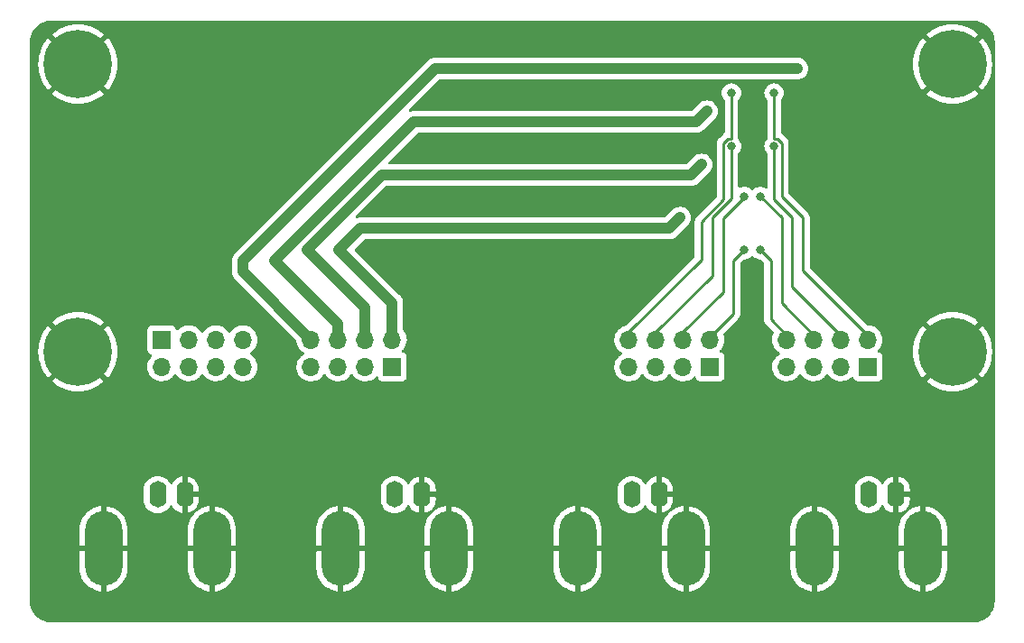
<source format=gbr>
%TF.GenerationSoftware,KiCad,Pcbnew,(6.0.0)*%
%TF.CreationDate,2022-09-15T20:56:53-04:00*%
%TF.ProjectId,Load_PCB_KiCAD,4c6f6164-5f50-4434-925f-4b694341442e,rev?*%
%TF.SameCoordinates,Original*%
%TF.FileFunction,Copper,L2,Bot*%
%TF.FilePolarity,Positive*%
%FSLAX46Y46*%
G04 Gerber Fmt 4.6, Leading zero omitted, Abs format (unit mm)*
G04 Created by KiCad (PCBNEW (6.0.0)) date 2022-09-15 20:56:53*
%MOMM*%
%LPD*%
G01*
G04 APERTURE LIST*
%TA.AperFunction,ComponentPad*%
%ADD10C,6.400000*%
%TD*%
%TA.AperFunction,ComponentPad*%
%ADD11O,1.600000X2.500000*%
%TD*%
%TA.AperFunction,ComponentPad*%
%ADD12O,3.500000X7.000000*%
%TD*%
%TA.AperFunction,ComponentPad*%
%ADD13R,1.700000X1.700000*%
%TD*%
%TA.AperFunction,ComponentPad*%
%ADD14O,1.700000X1.700000*%
%TD*%
%TA.AperFunction,ViaPad*%
%ADD15C,0.800000*%
%TD*%
%TA.AperFunction,Conductor*%
%ADD16C,1.000000*%
%TD*%
%TA.AperFunction,Conductor*%
%ADD17C,0.250000*%
%TD*%
G04 APERTURE END LIST*
D10*
%TO.P,H4,1,1*%
%TO.N,GND*%
X79000000Y-66000000D03*
%TD*%
%TO.P,H3,1,1*%
%TO.N,GND*%
X79000000Y-93000000D03*
%TD*%
%TO.P,H2,1,1*%
%TO.N,GND*%
X161000000Y-93000000D03*
%TD*%
%TO.P,H1,1,1*%
%TO.N,GND*%
X161000000Y-66000000D03*
%TD*%
D11*
%TO.P,J3,2,Ext*%
%TO.N,GND*%
X155685000Y-106420000D03*
%TO.P,J3,1,In*%
%TO.N,Net-(J3-Pad1)*%
X153145000Y-106420000D03*
D12*
%TO.P,J3,2,Ext*%
%TO.N,GND*%
X148065000Y-111500000D03*
X158225000Y-111500000D03*
%TD*%
%TO.P,J8,2,Ext*%
%TO.N,GND*%
X91550000Y-111500000D03*
X81390000Y-111500000D03*
D11*
%TO.P,J8,1,In*%
%TO.N,Net-(J7-Pad2)*%
X86470000Y-106420000D03*
%TO.P,J8,2,Ext*%
%TO.N,GND*%
X89010000Y-106420000D03*
%TD*%
D13*
%TO.P,J7,1,Pin_1*%
%TO.N,Net-(J7-Pad1)*%
X86850000Y-91880000D03*
D14*
%TO.P,J7,2,Pin_2*%
%TO.N,Net-(J7-Pad2)*%
X86850000Y-94420000D03*
%TO.P,J7,3,Pin_3*%
%TO.N,Net-(J6-Pad6)*%
X89390000Y-91880000D03*
%TO.P,J7,4,Pin_4*%
%TO.N,Net-(J7-Pad2)*%
X89390000Y-94420000D03*
%TO.P,J7,5,Pin_5*%
%TO.N,Net-(J6-Pad4)*%
X91930000Y-91880000D03*
%TO.P,J7,6,Pin_6*%
%TO.N,Net-(J7-Pad2)*%
X91930000Y-94420000D03*
%TO.P,J7,7,Pin_7*%
%TO.N,Net-(J6-Pad2)*%
X94470000Y-91880000D03*
%TO.P,J7,8,Pin_8*%
%TO.N,Net-(J7-Pad2)*%
X94470000Y-94420000D03*
%TD*%
D13*
%TO.P,J6,1,Pin_1*%
%TO.N,Net-(J5-Pad1)*%
X138270000Y-94420000D03*
D14*
%TO.P,J6,2,Pin_2*%
%TO.N,Net-(J6-Pad2)*%
X138270000Y-91880000D03*
%TO.P,J6,3,Pin_3*%
%TO.N,Net-(J5-Pad1)*%
X135730000Y-94420000D03*
%TO.P,J6,4,Pin_4*%
%TO.N,Net-(J6-Pad4)*%
X135730000Y-91880000D03*
%TO.P,J6,5,Pin_5*%
%TO.N,Net-(J5-Pad1)*%
X133190000Y-94420000D03*
%TO.P,J6,6,Pin_6*%
%TO.N,Net-(J6-Pad6)*%
X133190000Y-91880000D03*
%TO.P,J6,7,Pin_7*%
%TO.N,Net-(J5-Pad1)*%
X130650000Y-94420000D03*
%TO.P,J6,8,Pin_8*%
%TO.N,Net-(J7-Pad1)*%
X130650000Y-91880000D03*
%TD*%
D12*
%TO.P,J5,2,Ext*%
%TO.N,GND*%
X136000000Y-111500000D03*
X125840000Y-111500000D03*
D11*
%TO.P,J5,1,In*%
%TO.N,Net-(J5-Pad1)*%
X130920000Y-106420000D03*
%TO.P,J5,2,Ext*%
%TO.N,GND*%
X133460000Y-106420000D03*
%TD*%
D13*
%TO.P,J4,1,Pin_1*%
%TO.N,Net-(J3-Pad1)*%
X153070000Y-94420000D03*
D14*
%TO.P,J4,2,Pin_2*%
%TO.N,Net-(J4-Pad2)*%
X153070000Y-91880000D03*
%TO.P,J4,3,Pin_3*%
%TO.N,Net-(J3-Pad1)*%
X150530000Y-94420000D03*
%TO.P,J4,4,Pin_4*%
%TO.N,Net-(J2-Pad6)*%
X150530000Y-91880000D03*
%TO.P,J4,5,Pin_5*%
%TO.N,Net-(J3-Pad1)*%
X147990000Y-94420000D03*
%TO.P,J4,6,Pin_6*%
%TO.N,Net-(J2-Pad4)*%
X147990000Y-91880000D03*
%TO.P,J4,7,Pin_7*%
%TO.N,Net-(J3-Pad1)*%
X145450000Y-94420000D03*
%TO.P,J4,8,Pin_8*%
%TO.N,Net-(J4-Pad8)*%
X145450000Y-91880000D03*
%TD*%
%TO.P,J2,8,Pin_8*%
%TO.N,Net-(J4-Pad2)*%
X100850000Y-91880000D03*
%TO.P,J2,7,Pin_7*%
%TO.N,Net-(J1-Pad1)*%
X100850000Y-94420000D03*
%TO.P,J2,6,Pin_6*%
%TO.N,Net-(J2-Pad6)*%
X103390000Y-91880000D03*
%TO.P,J2,5,Pin_5*%
%TO.N,Net-(J1-Pad1)*%
X103390000Y-94420000D03*
%TO.P,J2,4,Pin_4*%
%TO.N,Net-(J2-Pad4)*%
X105930000Y-91880000D03*
%TO.P,J2,3,Pin_3*%
%TO.N,Net-(J1-Pad1)*%
X105930000Y-94420000D03*
%TO.P,J2,2,Pin_2*%
%TO.N,Net-(J4-Pad8)*%
X108470000Y-91880000D03*
D13*
%TO.P,J2,1,Pin_1*%
%TO.N,Net-(J1-Pad1)*%
X108470000Y-94420000D03*
%TD*%
D11*
%TO.P,J1,2,Ext*%
%TO.N,GND*%
X111235000Y-106420000D03*
%TO.P,J1,1,In*%
%TO.N,Net-(J1-Pad1)*%
X108695000Y-106420000D03*
D12*
%TO.P,J1,2,Ext*%
%TO.N,GND*%
X103615000Y-111500000D03*
X113775000Y-111500000D03*
%TD*%
D15*
%TO.N,GND*%
X111000000Y-74000000D03*
X115000000Y-69000000D03*
X115000000Y-74000000D03*
X120000000Y-74000000D03*
X120000000Y-69000000D03*
X125000000Y-69000000D03*
X125000000Y-74000000D03*
X130000000Y-69000000D03*
X130000000Y-74000000D03*
X137000000Y-79000000D03*
X130000000Y-79000000D03*
X125000000Y-79000000D03*
X120000000Y-79000000D03*
X115000000Y-79000000D03*
X110000000Y-79000000D03*
%TO.N,Net-(J4-Pad8)*%
X135470000Y-80420000D03*
%TO.N,Net-(J2-Pad4)*%
X137470000Y-75420000D03*
%TO.N,Net-(J2-Pad6)*%
X137970000Y-70420000D03*
%TO.N,Net-(J4-Pad2)*%
X146470000Y-66420000D03*
%TO.N,Net-(J4-Pad8)*%
X142970000Y-83420000D03*
%TO.N,Net-(J2-Pad4)*%
X142970000Y-78420000D03*
%TO.N,Net-(J2-Pad6)*%
X144270000Y-73710000D03*
%TO.N,Net-(J4-Pad2)*%
X144270000Y-68710000D03*
%TO.N,Net-(J7-Pad1)*%
X140270000Y-68710000D03*
%TO.N,Net-(J6-Pad6)*%
X140270000Y-73710000D03*
%TO.N,Net-(J6-Pad2)*%
X141470000Y-83420000D03*
%TO.N,Net-(J6-Pad4)*%
X141470000Y-78420000D03*
%TD*%
D16*
%TO.N,Net-(J2-Pad6)*%
X103390000Y-90340000D02*
X103390000Y-91880000D01*
X136970000Y-71420000D02*
X110470000Y-71420000D01*
X97470000Y-84420000D02*
X103390000Y-90340000D01*
X137970000Y-70420000D02*
X136970000Y-71420000D01*
X110470000Y-71420000D02*
X97470000Y-84420000D01*
%TO.N,Net-(J2-Pad4)*%
X105930000Y-88880000D02*
X105930000Y-91880000D01*
X107470000Y-76420000D02*
X100470000Y-83420000D01*
X100470000Y-83420000D02*
X105930000Y-88880000D01*
X137470000Y-75420000D02*
X136470000Y-76420000D01*
X136470000Y-76420000D02*
X107470000Y-76420000D01*
%TO.N,Net-(J4-Pad8)*%
X103470000Y-83420000D02*
X108470000Y-88420000D01*
X105470000Y-81420000D02*
X103470000Y-83420000D01*
X108470000Y-88420000D02*
X108470000Y-91880000D01*
X135470000Y-80420000D02*
X134470000Y-81420000D01*
X134470000Y-81420000D02*
X105470000Y-81420000D01*
D17*
%TO.N,Net-(J4-Pad2)*%
X146970000Y-80420000D02*
X146970000Y-85360000D01*
X144994511Y-73409897D02*
X144994511Y-78444511D01*
X144570103Y-72985489D02*
X144994511Y-73409897D01*
X146970000Y-85360000D02*
X153070000Y-91460000D01*
X144270000Y-72985489D02*
X144570103Y-72985489D01*
X144994511Y-78444511D02*
X146970000Y-80420000D01*
X144270000Y-68710000D02*
X144270000Y-72985489D01*
%TO.N,Net-(J2-Pad6)*%
X145970000Y-86900000D02*
X150530000Y-91460000D01*
X145970000Y-80420000D02*
X145970000Y-86900000D01*
X144270000Y-78720000D02*
X145970000Y-80420000D01*
X144270000Y-73710000D02*
X144270000Y-78720000D01*
%TO.N,Net-(J2-Pad4)*%
X144970000Y-80420000D02*
X144970000Y-88440000D01*
X144970000Y-88440000D02*
X147990000Y-91460000D01*
X142970000Y-78420000D02*
X144970000Y-80420000D01*
%TO.N,Net-(J4-Pad8)*%
X143970000Y-89980000D02*
X145450000Y-91460000D01*
X143970000Y-84420000D02*
X143970000Y-89980000D01*
X142970000Y-83420000D02*
X143970000Y-84420000D01*
%TO.N,Net-(J7-Pad1)*%
X137470000Y-84350000D02*
X130650000Y-91170000D01*
X137470000Y-80784283D02*
X137470000Y-84350000D01*
X139545489Y-73409897D02*
X139545489Y-78708794D01*
X139545489Y-78708794D02*
X137470000Y-80784283D01*
X140270000Y-72985489D02*
X139969897Y-72985489D01*
X140270000Y-68710000D02*
X140270000Y-72985489D01*
X139969897Y-72985489D02*
X139545489Y-73409897D01*
%TO.N,Net-(J6-Pad6)*%
X140270000Y-78620000D02*
X138470000Y-80420000D01*
X138470000Y-80420000D02*
X138470000Y-85890000D01*
X138470000Y-85890000D02*
X133190000Y-91170000D01*
X140270000Y-73710000D02*
X140270000Y-78620000D01*
%TO.N,Net-(J6-Pad4)*%
X139470000Y-87430000D02*
X135730000Y-91170000D01*
X139470000Y-80510000D02*
X139470000Y-87430000D01*
X141470000Y-78510000D02*
X139470000Y-80510000D01*
X141470000Y-78420000D02*
X141470000Y-78510000D01*
%TO.N,Net-(J6-Pad2)*%
X138720000Y-91170000D02*
X138270000Y-91170000D01*
X140470000Y-89420000D02*
X138720000Y-91170000D01*
X140470000Y-84420000D02*
X140470000Y-89420000D01*
X141470000Y-83420000D02*
X140470000Y-84420000D01*
D16*
%TO.N,Net-(J4-Pad2)*%
X112470000Y-66420000D02*
X146470000Y-66420000D01*
X94470000Y-84420000D02*
X112470000Y-66420000D01*
X94470000Y-85500000D02*
X94470000Y-84420000D01*
X100850000Y-91880000D02*
X94470000Y-85500000D01*
%TD*%
%TA.AperFunction,Conductor*%
%TO.N,GND*%
G36*
X162940057Y-61929500D02*
G01*
X162954858Y-61931805D01*
X162954861Y-61931805D01*
X162963730Y-61933186D01*
X162979999Y-61931059D01*
X163004567Y-61930266D01*
X163221766Y-61944502D01*
X163238106Y-61946653D01*
X163357788Y-61970459D01*
X163477473Y-61994266D01*
X163493383Y-61998529D01*
X163724484Y-62076977D01*
X163739710Y-62083284D01*
X163958592Y-62191224D01*
X163972866Y-62199465D01*
X164175783Y-62335050D01*
X164188858Y-62345083D01*
X164372347Y-62505998D01*
X164384002Y-62517653D01*
X164544917Y-62701142D01*
X164554950Y-62714217D01*
X164690535Y-62917134D01*
X164698776Y-62931408D01*
X164806716Y-63150290D01*
X164813022Y-63165514D01*
X164891471Y-63396617D01*
X164895735Y-63412530D01*
X164943347Y-63651894D01*
X164945498Y-63668234D01*
X164959264Y-63878268D01*
X164958239Y-63901304D01*
X164958196Y-63904854D01*
X164956814Y-63913730D01*
X164958638Y-63927678D01*
X164960936Y-63945251D01*
X164962000Y-63961589D01*
X164962000Y-65937766D01*
X164942353Y-66004680D01*
X164958588Y-66033112D01*
X164962000Y-66062234D01*
X164962000Y-92937766D01*
X164942353Y-93004680D01*
X164958588Y-93033112D01*
X164962000Y-93062234D01*
X164962000Y-116370672D01*
X164960500Y-116390056D01*
X164956814Y-116413730D01*
X164958941Y-116429999D01*
X164959734Y-116454567D01*
X164945498Y-116671766D01*
X164943347Y-116688106D01*
X164895735Y-116927470D01*
X164891471Y-116943383D01*
X164856550Y-117046257D01*
X164813023Y-117174484D01*
X164806716Y-117189710D01*
X164698776Y-117408592D01*
X164690535Y-117422866D01*
X164554950Y-117625783D01*
X164544917Y-117638858D01*
X164384002Y-117822347D01*
X164372347Y-117834002D01*
X164188858Y-117994917D01*
X164175783Y-118004950D01*
X163972866Y-118140535D01*
X163958592Y-118148776D01*
X163739710Y-118256716D01*
X163724486Y-118263022D01*
X163493383Y-118341471D01*
X163477473Y-118345734D01*
X163357788Y-118369541D01*
X163238106Y-118393347D01*
X163221766Y-118395498D01*
X163011732Y-118409264D01*
X162988696Y-118408239D01*
X162985146Y-118408196D01*
X162976270Y-118406814D01*
X162947762Y-118410542D01*
X162944749Y-118410936D01*
X162928411Y-118412000D01*
X76519328Y-118412000D01*
X76499943Y-118410500D01*
X76485142Y-118408195D01*
X76485139Y-118408195D01*
X76476270Y-118406814D01*
X76460001Y-118408941D01*
X76435433Y-118409734D01*
X76218234Y-118395498D01*
X76201894Y-118393347D01*
X76082212Y-118369541D01*
X75962527Y-118345734D01*
X75946617Y-118341471D01*
X75715514Y-118263022D01*
X75700290Y-118256716D01*
X75481408Y-118148776D01*
X75467134Y-118140535D01*
X75264217Y-118004950D01*
X75251142Y-117994917D01*
X75067653Y-117834002D01*
X75055998Y-117822347D01*
X74895083Y-117638858D01*
X74885050Y-117625783D01*
X74749465Y-117422866D01*
X74741224Y-117408592D01*
X74633284Y-117189710D01*
X74626977Y-117174484D01*
X74583450Y-117046257D01*
X74548529Y-116943383D01*
X74544265Y-116927470D01*
X74496653Y-116688106D01*
X74494502Y-116671766D01*
X74480974Y-116465376D01*
X74482147Y-116442218D01*
X74481829Y-116442189D01*
X74482264Y-116437333D01*
X74483071Y-116432539D01*
X74483224Y-116420000D01*
X74479273Y-116392412D01*
X74478000Y-116374549D01*
X74478000Y-113323993D01*
X79132000Y-113323993D01*
X79132139Y-113328182D01*
X79146549Y-113545132D01*
X79147653Y-113553403D01*
X79205290Y-113839251D01*
X79207478Y-113847303D01*
X79302409Y-114123005D01*
X79305650Y-114130716D01*
X79436213Y-114391444D01*
X79440434Y-114398638D01*
X79604341Y-114639820D01*
X79609474Y-114646390D01*
X79803839Y-114863775D01*
X79809795Y-114869608D01*
X80031203Y-115059378D01*
X80037884Y-115064376D01*
X80282437Y-115223191D01*
X80289727Y-115227265D01*
X80553132Y-115352338D01*
X80560900Y-115355414D01*
X80838531Y-115444552D01*
X80846637Y-115446573D01*
X81118170Y-115495429D01*
X81131429Y-115493997D01*
X81136000Y-115479387D01*
X81136000Y-115476367D01*
X81644000Y-115476367D01*
X81648295Y-115490996D01*
X81660272Y-115493058D01*
X81732053Y-115486778D01*
X81740292Y-115485503D01*
X82024880Y-115421890D01*
X82032877Y-115419536D01*
X82306534Y-115318850D01*
X82314172Y-115315450D01*
X82572115Y-115179451D01*
X82579213Y-115175084D01*
X82816905Y-115006165D01*
X82823372Y-115000892D01*
X83036639Y-114802017D01*
X83042351Y-114795933D01*
X83227437Y-114570607D01*
X83232292Y-114563826D01*
X83385958Y-114315987D01*
X83389871Y-114308627D01*
X83509404Y-114042654D01*
X83512314Y-114034831D01*
X83595624Y-113755375D01*
X83597469Y-113747254D01*
X83643191Y-113458571D01*
X83643899Y-113451597D01*
X83647936Y-113362714D01*
X83648000Y-113359881D01*
X83648000Y-113323993D01*
X89292000Y-113323993D01*
X89292139Y-113328182D01*
X89306549Y-113545132D01*
X89307653Y-113553403D01*
X89365290Y-113839251D01*
X89367478Y-113847303D01*
X89462409Y-114123005D01*
X89465650Y-114130716D01*
X89596213Y-114391444D01*
X89600434Y-114398638D01*
X89764341Y-114639820D01*
X89769474Y-114646390D01*
X89963839Y-114863775D01*
X89969795Y-114869608D01*
X90191203Y-115059378D01*
X90197884Y-115064376D01*
X90442437Y-115223191D01*
X90449727Y-115227265D01*
X90713132Y-115352338D01*
X90720900Y-115355414D01*
X90998531Y-115444552D01*
X91006637Y-115446573D01*
X91278170Y-115495429D01*
X91291429Y-115493997D01*
X91296000Y-115479387D01*
X91296000Y-115476367D01*
X91804000Y-115476367D01*
X91808295Y-115490996D01*
X91820272Y-115493058D01*
X91892053Y-115486778D01*
X91900292Y-115485503D01*
X92184880Y-115421890D01*
X92192877Y-115419536D01*
X92466534Y-115318850D01*
X92474172Y-115315450D01*
X92732115Y-115179451D01*
X92739213Y-115175084D01*
X92976905Y-115006165D01*
X92983372Y-115000892D01*
X93196639Y-114802017D01*
X93202351Y-114795933D01*
X93387437Y-114570607D01*
X93392292Y-114563826D01*
X93545958Y-114315987D01*
X93549871Y-114308627D01*
X93669404Y-114042654D01*
X93672314Y-114034831D01*
X93755624Y-113755375D01*
X93757469Y-113747254D01*
X93803191Y-113458571D01*
X93803899Y-113451597D01*
X93807936Y-113362714D01*
X93808000Y-113359881D01*
X93808000Y-113323993D01*
X101357000Y-113323993D01*
X101357139Y-113328182D01*
X101371549Y-113545132D01*
X101372653Y-113553403D01*
X101430290Y-113839251D01*
X101432478Y-113847303D01*
X101527409Y-114123005D01*
X101530650Y-114130716D01*
X101661213Y-114391444D01*
X101665434Y-114398638D01*
X101829341Y-114639820D01*
X101834474Y-114646390D01*
X102028839Y-114863775D01*
X102034795Y-114869608D01*
X102256203Y-115059378D01*
X102262884Y-115064376D01*
X102507437Y-115223191D01*
X102514727Y-115227265D01*
X102778132Y-115352338D01*
X102785900Y-115355414D01*
X103063531Y-115444552D01*
X103071637Y-115446573D01*
X103343170Y-115495429D01*
X103356429Y-115493997D01*
X103361000Y-115479387D01*
X103361000Y-115476367D01*
X103869000Y-115476367D01*
X103873295Y-115490996D01*
X103885272Y-115493058D01*
X103957053Y-115486778D01*
X103965292Y-115485503D01*
X104249880Y-115421890D01*
X104257877Y-115419536D01*
X104531534Y-115318850D01*
X104539172Y-115315450D01*
X104797115Y-115179451D01*
X104804213Y-115175084D01*
X105041905Y-115006165D01*
X105048372Y-115000892D01*
X105261639Y-114802017D01*
X105267351Y-114795933D01*
X105452437Y-114570607D01*
X105457292Y-114563826D01*
X105610958Y-114315987D01*
X105614871Y-114308627D01*
X105734404Y-114042654D01*
X105737314Y-114034831D01*
X105820624Y-113755375D01*
X105822469Y-113747254D01*
X105868191Y-113458571D01*
X105868899Y-113451597D01*
X105872936Y-113362714D01*
X105873000Y-113359881D01*
X105873000Y-113323993D01*
X111517000Y-113323993D01*
X111517139Y-113328182D01*
X111531549Y-113545132D01*
X111532653Y-113553403D01*
X111590290Y-113839251D01*
X111592478Y-113847303D01*
X111687409Y-114123005D01*
X111690650Y-114130716D01*
X111821213Y-114391444D01*
X111825434Y-114398638D01*
X111989341Y-114639820D01*
X111994474Y-114646390D01*
X112188839Y-114863775D01*
X112194795Y-114869608D01*
X112416203Y-115059378D01*
X112422884Y-115064376D01*
X112667437Y-115223191D01*
X112674727Y-115227265D01*
X112938132Y-115352338D01*
X112945900Y-115355414D01*
X113223531Y-115444552D01*
X113231637Y-115446573D01*
X113503170Y-115495429D01*
X113516429Y-115493997D01*
X113521000Y-115479387D01*
X113521000Y-115476367D01*
X114029000Y-115476367D01*
X114033295Y-115490996D01*
X114045272Y-115493058D01*
X114117053Y-115486778D01*
X114125292Y-115485503D01*
X114409880Y-115421890D01*
X114417877Y-115419536D01*
X114691534Y-115318850D01*
X114699172Y-115315450D01*
X114957115Y-115179451D01*
X114964213Y-115175084D01*
X115201905Y-115006165D01*
X115208372Y-115000892D01*
X115421639Y-114802017D01*
X115427351Y-114795933D01*
X115612437Y-114570607D01*
X115617292Y-114563826D01*
X115770958Y-114315987D01*
X115774871Y-114308627D01*
X115894404Y-114042654D01*
X115897314Y-114034831D01*
X115980624Y-113755375D01*
X115982469Y-113747254D01*
X116028191Y-113458571D01*
X116028899Y-113451597D01*
X116032936Y-113362714D01*
X116033000Y-113359881D01*
X116033000Y-113323993D01*
X123582000Y-113323993D01*
X123582139Y-113328182D01*
X123596549Y-113545132D01*
X123597653Y-113553403D01*
X123655290Y-113839251D01*
X123657478Y-113847303D01*
X123752409Y-114123005D01*
X123755650Y-114130716D01*
X123886213Y-114391444D01*
X123890434Y-114398638D01*
X124054341Y-114639820D01*
X124059474Y-114646390D01*
X124253839Y-114863775D01*
X124259795Y-114869608D01*
X124481203Y-115059378D01*
X124487884Y-115064376D01*
X124732437Y-115223191D01*
X124739727Y-115227265D01*
X125003132Y-115352338D01*
X125010900Y-115355414D01*
X125288531Y-115444552D01*
X125296637Y-115446573D01*
X125568170Y-115495429D01*
X125581429Y-115493997D01*
X125586000Y-115479387D01*
X125586000Y-115476367D01*
X126094000Y-115476367D01*
X126098295Y-115490996D01*
X126110272Y-115493058D01*
X126182053Y-115486778D01*
X126190292Y-115485503D01*
X126474880Y-115421890D01*
X126482877Y-115419536D01*
X126756534Y-115318850D01*
X126764172Y-115315450D01*
X127022115Y-115179451D01*
X127029213Y-115175084D01*
X127266905Y-115006165D01*
X127273372Y-115000892D01*
X127486639Y-114802017D01*
X127492351Y-114795933D01*
X127677437Y-114570607D01*
X127682292Y-114563826D01*
X127835958Y-114315987D01*
X127839871Y-114308627D01*
X127959404Y-114042654D01*
X127962314Y-114034831D01*
X128045624Y-113755375D01*
X128047469Y-113747254D01*
X128093191Y-113458571D01*
X128093899Y-113451597D01*
X128097936Y-113362714D01*
X128098000Y-113359881D01*
X128098000Y-113323993D01*
X133742000Y-113323993D01*
X133742139Y-113328182D01*
X133756549Y-113545132D01*
X133757653Y-113553403D01*
X133815290Y-113839251D01*
X133817478Y-113847303D01*
X133912409Y-114123005D01*
X133915650Y-114130716D01*
X134046213Y-114391444D01*
X134050434Y-114398638D01*
X134214341Y-114639820D01*
X134219474Y-114646390D01*
X134413839Y-114863775D01*
X134419795Y-114869608D01*
X134641203Y-115059378D01*
X134647884Y-115064376D01*
X134892437Y-115223191D01*
X134899727Y-115227265D01*
X135163132Y-115352338D01*
X135170900Y-115355414D01*
X135448531Y-115444552D01*
X135456637Y-115446573D01*
X135728170Y-115495429D01*
X135741429Y-115493997D01*
X135746000Y-115479387D01*
X135746000Y-115476367D01*
X136254000Y-115476367D01*
X136258295Y-115490996D01*
X136270272Y-115493058D01*
X136342053Y-115486778D01*
X136350292Y-115485503D01*
X136634880Y-115421890D01*
X136642877Y-115419536D01*
X136916534Y-115318850D01*
X136924172Y-115315450D01*
X137182115Y-115179451D01*
X137189213Y-115175084D01*
X137426905Y-115006165D01*
X137433372Y-115000892D01*
X137646639Y-114802017D01*
X137652351Y-114795933D01*
X137837437Y-114570607D01*
X137842292Y-114563826D01*
X137995958Y-114315987D01*
X137999871Y-114308627D01*
X138119404Y-114042654D01*
X138122314Y-114034831D01*
X138205624Y-113755375D01*
X138207469Y-113747254D01*
X138253191Y-113458571D01*
X138253899Y-113451597D01*
X138257936Y-113362714D01*
X138258000Y-113359881D01*
X138258000Y-113323993D01*
X145807000Y-113323993D01*
X145807139Y-113328182D01*
X145821549Y-113545132D01*
X145822653Y-113553403D01*
X145880290Y-113839251D01*
X145882478Y-113847303D01*
X145977409Y-114123005D01*
X145980650Y-114130716D01*
X146111213Y-114391444D01*
X146115434Y-114398638D01*
X146279341Y-114639820D01*
X146284474Y-114646390D01*
X146478839Y-114863775D01*
X146484795Y-114869608D01*
X146706203Y-115059378D01*
X146712884Y-115064376D01*
X146957437Y-115223191D01*
X146964727Y-115227265D01*
X147228132Y-115352338D01*
X147235900Y-115355414D01*
X147513531Y-115444552D01*
X147521637Y-115446573D01*
X147793170Y-115495429D01*
X147806429Y-115493997D01*
X147811000Y-115479387D01*
X147811000Y-115476367D01*
X148319000Y-115476367D01*
X148323295Y-115490996D01*
X148335272Y-115493058D01*
X148407053Y-115486778D01*
X148415292Y-115485503D01*
X148699880Y-115421890D01*
X148707877Y-115419536D01*
X148981534Y-115318850D01*
X148989172Y-115315450D01*
X149247115Y-115179451D01*
X149254213Y-115175084D01*
X149491905Y-115006165D01*
X149498372Y-115000892D01*
X149711639Y-114802017D01*
X149717351Y-114795933D01*
X149902437Y-114570607D01*
X149907292Y-114563826D01*
X150060958Y-114315987D01*
X150064871Y-114308627D01*
X150184404Y-114042654D01*
X150187314Y-114034831D01*
X150270624Y-113755375D01*
X150272469Y-113747254D01*
X150318191Y-113458571D01*
X150318899Y-113451597D01*
X150322936Y-113362714D01*
X150323000Y-113359881D01*
X150323000Y-113323993D01*
X155967000Y-113323993D01*
X155967139Y-113328182D01*
X155981549Y-113545132D01*
X155982653Y-113553403D01*
X156040290Y-113839251D01*
X156042478Y-113847303D01*
X156137409Y-114123005D01*
X156140650Y-114130716D01*
X156271213Y-114391444D01*
X156275434Y-114398638D01*
X156439341Y-114639820D01*
X156444474Y-114646390D01*
X156638839Y-114863775D01*
X156644795Y-114869608D01*
X156866203Y-115059378D01*
X156872884Y-115064376D01*
X157117437Y-115223191D01*
X157124727Y-115227265D01*
X157388132Y-115352338D01*
X157395900Y-115355414D01*
X157673531Y-115444552D01*
X157681637Y-115446573D01*
X157953170Y-115495429D01*
X157966429Y-115493997D01*
X157971000Y-115479387D01*
X157971000Y-115476367D01*
X158479000Y-115476367D01*
X158483295Y-115490996D01*
X158495272Y-115493058D01*
X158567053Y-115486778D01*
X158575292Y-115485503D01*
X158859880Y-115421890D01*
X158867877Y-115419536D01*
X159141534Y-115318850D01*
X159149172Y-115315450D01*
X159407115Y-115179451D01*
X159414213Y-115175084D01*
X159651905Y-115006165D01*
X159658372Y-115000892D01*
X159871639Y-114802017D01*
X159877351Y-114795933D01*
X160062437Y-114570607D01*
X160067292Y-114563826D01*
X160220958Y-114315987D01*
X160224871Y-114308627D01*
X160344404Y-114042654D01*
X160347314Y-114034831D01*
X160430624Y-113755375D01*
X160432469Y-113747254D01*
X160478191Y-113458571D01*
X160478899Y-113451597D01*
X160482936Y-113362714D01*
X160483000Y-113359881D01*
X160483000Y-111772115D01*
X160478525Y-111756876D01*
X160477135Y-111755671D01*
X160469452Y-111754000D01*
X158497115Y-111754000D01*
X158481876Y-111758475D01*
X158480671Y-111759865D01*
X158479000Y-111767548D01*
X158479000Y-115476367D01*
X157971000Y-115476367D01*
X157971000Y-111772115D01*
X157966525Y-111756876D01*
X157965135Y-111755671D01*
X157957452Y-111754000D01*
X155985115Y-111754000D01*
X155969876Y-111758475D01*
X155968671Y-111759865D01*
X155967000Y-111767548D01*
X155967000Y-113323993D01*
X150323000Y-113323993D01*
X150323000Y-111772115D01*
X150318525Y-111756876D01*
X150317135Y-111755671D01*
X150309452Y-111754000D01*
X148337115Y-111754000D01*
X148321876Y-111758475D01*
X148320671Y-111759865D01*
X148319000Y-111767548D01*
X148319000Y-115476367D01*
X147811000Y-115476367D01*
X147811000Y-111772115D01*
X147806525Y-111756876D01*
X147805135Y-111755671D01*
X147797452Y-111754000D01*
X145825115Y-111754000D01*
X145809876Y-111758475D01*
X145808671Y-111759865D01*
X145807000Y-111767548D01*
X145807000Y-113323993D01*
X138258000Y-113323993D01*
X138258000Y-111772115D01*
X138253525Y-111756876D01*
X138252135Y-111755671D01*
X138244452Y-111754000D01*
X136272115Y-111754000D01*
X136256876Y-111758475D01*
X136255671Y-111759865D01*
X136254000Y-111767548D01*
X136254000Y-115476367D01*
X135746000Y-115476367D01*
X135746000Y-111772115D01*
X135741525Y-111756876D01*
X135740135Y-111755671D01*
X135732452Y-111754000D01*
X133760115Y-111754000D01*
X133744876Y-111758475D01*
X133743671Y-111759865D01*
X133742000Y-111767548D01*
X133742000Y-113323993D01*
X128098000Y-113323993D01*
X128098000Y-111772115D01*
X128093525Y-111756876D01*
X128092135Y-111755671D01*
X128084452Y-111754000D01*
X126112115Y-111754000D01*
X126096876Y-111758475D01*
X126095671Y-111759865D01*
X126094000Y-111767548D01*
X126094000Y-115476367D01*
X125586000Y-115476367D01*
X125586000Y-111772115D01*
X125581525Y-111756876D01*
X125580135Y-111755671D01*
X125572452Y-111754000D01*
X123600115Y-111754000D01*
X123584876Y-111758475D01*
X123583671Y-111759865D01*
X123582000Y-111767548D01*
X123582000Y-113323993D01*
X116033000Y-113323993D01*
X116033000Y-111772115D01*
X116028525Y-111756876D01*
X116027135Y-111755671D01*
X116019452Y-111754000D01*
X114047115Y-111754000D01*
X114031876Y-111758475D01*
X114030671Y-111759865D01*
X114029000Y-111767548D01*
X114029000Y-115476367D01*
X113521000Y-115476367D01*
X113521000Y-111772115D01*
X113516525Y-111756876D01*
X113515135Y-111755671D01*
X113507452Y-111754000D01*
X111535115Y-111754000D01*
X111519876Y-111758475D01*
X111518671Y-111759865D01*
X111517000Y-111767548D01*
X111517000Y-113323993D01*
X105873000Y-113323993D01*
X105873000Y-111772115D01*
X105868525Y-111756876D01*
X105867135Y-111755671D01*
X105859452Y-111754000D01*
X103887115Y-111754000D01*
X103871876Y-111758475D01*
X103870671Y-111759865D01*
X103869000Y-111767548D01*
X103869000Y-115476367D01*
X103361000Y-115476367D01*
X103361000Y-111772115D01*
X103356525Y-111756876D01*
X103355135Y-111755671D01*
X103347452Y-111754000D01*
X101375115Y-111754000D01*
X101359876Y-111758475D01*
X101358671Y-111759865D01*
X101357000Y-111767548D01*
X101357000Y-113323993D01*
X93808000Y-113323993D01*
X93808000Y-111772115D01*
X93803525Y-111756876D01*
X93802135Y-111755671D01*
X93794452Y-111754000D01*
X91822115Y-111754000D01*
X91806876Y-111758475D01*
X91805671Y-111759865D01*
X91804000Y-111767548D01*
X91804000Y-115476367D01*
X91296000Y-115476367D01*
X91296000Y-111772115D01*
X91291525Y-111756876D01*
X91290135Y-111755671D01*
X91282452Y-111754000D01*
X89310115Y-111754000D01*
X89294876Y-111758475D01*
X89293671Y-111759865D01*
X89292000Y-111767548D01*
X89292000Y-113323993D01*
X83648000Y-113323993D01*
X83648000Y-111772115D01*
X83643525Y-111756876D01*
X83642135Y-111755671D01*
X83634452Y-111754000D01*
X81662115Y-111754000D01*
X81646876Y-111758475D01*
X81645671Y-111759865D01*
X81644000Y-111767548D01*
X81644000Y-115476367D01*
X81136000Y-115476367D01*
X81136000Y-111772115D01*
X81131525Y-111756876D01*
X81130135Y-111755671D01*
X81122452Y-111754000D01*
X79150115Y-111754000D01*
X79134876Y-111758475D01*
X79133671Y-111759865D01*
X79132000Y-111767548D01*
X79132000Y-113323993D01*
X74478000Y-113323993D01*
X74478000Y-111227885D01*
X79132000Y-111227885D01*
X79136475Y-111243124D01*
X79137865Y-111244329D01*
X79145548Y-111246000D01*
X81117885Y-111246000D01*
X81133124Y-111241525D01*
X81134329Y-111240135D01*
X81136000Y-111232452D01*
X81136000Y-111227885D01*
X81644000Y-111227885D01*
X81648475Y-111243124D01*
X81649865Y-111244329D01*
X81657548Y-111246000D01*
X83629885Y-111246000D01*
X83645124Y-111241525D01*
X83646329Y-111240135D01*
X83648000Y-111232452D01*
X83648000Y-111227885D01*
X89292000Y-111227885D01*
X89296475Y-111243124D01*
X89297865Y-111244329D01*
X89305548Y-111246000D01*
X91277885Y-111246000D01*
X91293124Y-111241525D01*
X91294329Y-111240135D01*
X91296000Y-111232452D01*
X91296000Y-111227885D01*
X91804000Y-111227885D01*
X91808475Y-111243124D01*
X91809865Y-111244329D01*
X91817548Y-111246000D01*
X93789885Y-111246000D01*
X93805124Y-111241525D01*
X93806329Y-111240135D01*
X93808000Y-111232452D01*
X93808000Y-111227885D01*
X101357000Y-111227885D01*
X101361475Y-111243124D01*
X101362865Y-111244329D01*
X101370548Y-111246000D01*
X103342885Y-111246000D01*
X103358124Y-111241525D01*
X103359329Y-111240135D01*
X103361000Y-111232452D01*
X103361000Y-111227885D01*
X103869000Y-111227885D01*
X103873475Y-111243124D01*
X103874865Y-111244329D01*
X103882548Y-111246000D01*
X105854885Y-111246000D01*
X105870124Y-111241525D01*
X105871329Y-111240135D01*
X105873000Y-111232452D01*
X105873000Y-111227885D01*
X111517000Y-111227885D01*
X111521475Y-111243124D01*
X111522865Y-111244329D01*
X111530548Y-111246000D01*
X113502885Y-111246000D01*
X113518124Y-111241525D01*
X113519329Y-111240135D01*
X113521000Y-111232452D01*
X113521000Y-111227885D01*
X114029000Y-111227885D01*
X114033475Y-111243124D01*
X114034865Y-111244329D01*
X114042548Y-111246000D01*
X116014885Y-111246000D01*
X116030124Y-111241525D01*
X116031329Y-111240135D01*
X116033000Y-111232452D01*
X116033000Y-111227885D01*
X123582000Y-111227885D01*
X123586475Y-111243124D01*
X123587865Y-111244329D01*
X123595548Y-111246000D01*
X125567885Y-111246000D01*
X125583124Y-111241525D01*
X125584329Y-111240135D01*
X125586000Y-111232452D01*
X125586000Y-111227885D01*
X126094000Y-111227885D01*
X126098475Y-111243124D01*
X126099865Y-111244329D01*
X126107548Y-111246000D01*
X128079885Y-111246000D01*
X128095124Y-111241525D01*
X128096329Y-111240135D01*
X128098000Y-111232452D01*
X128098000Y-111227885D01*
X133742000Y-111227885D01*
X133746475Y-111243124D01*
X133747865Y-111244329D01*
X133755548Y-111246000D01*
X135727885Y-111246000D01*
X135743124Y-111241525D01*
X135744329Y-111240135D01*
X135746000Y-111232452D01*
X135746000Y-111227885D01*
X136254000Y-111227885D01*
X136258475Y-111243124D01*
X136259865Y-111244329D01*
X136267548Y-111246000D01*
X138239885Y-111246000D01*
X138255124Y-111241525D01*
X138256329Y-111240135D01*
X138258000Y-111232452D01*
X138258000Y-111227885D01*
X145807000Y-111227885D01*
X145811475Y-111243124D01*
X145812865Y-111244329D01*
X145820548Y-111246000D01*
X147792885Y-111246000D01*
X147808124Y-111241525D01*
X147809329Y-111240135D01*
X147811000Y-111232452D01*
X147811000Y-111227885D01*
X148319000Y-111227885D01*
X148323475Y-111243124D01*
X148324865Y-111244329D01*
X148332548Y-111246000D01*
X150304885Y-111246000D01*
X150320124Y-111241525D01*
X150321329Y-111240135D01*
X150323000Y-111232452D01*
X150323000Y-111227885D01*
X155967000Y-111227885D01*
X155971475Y-111243124D01*
X155972865Y-111244329D01*
X155980548Y-111246000D01*
X157952885Y-111246000D01*
X157968124Y-111241525D01*
X157969329Y-111240135D01*
X157971000Y-111232452D01*
X157971000Y-111227885D01*
X158479000Y-111227885D01*
X158483475Y-111243124D01*
X158484865Y-111244329D01*
X158492548Y-111246000D01*
X160464885Y-111246000D01*
X160480124Y-111241525D01*
X160481329Y-111240135D01*
X160483000Y-111232452D01*
X160483000Y-109676007D01*
X160482861Y-109671818D01*
X160468451Y-109454868D01*
X160467347Y-109446597D01*
X160409710Y-109160749D01*
X160407522Y-109152697D01*
X160312591Y-108876995D01*
X160309350Y-108869284D01*
X160178787Y-108608556D01*
X160174566Y-108601362D01*
X160010659Y-108360180D01*
X160005526Y-108353610D01*
X159811161Y-108136225D01*
X159805205Y-108130392D01*
X159583797Y-107940622D01*
X159577116Y-107935624D01*
X159332563Y-107776809D01*
X159325273Y-107772735D01*
X159061868Y-107647662D01*
X159054100Y-107644586D01*
X158776469Y-107555448D01*
X158768363Y-107553427D01*
X158496830Y-107504571D01*
X158483571Y-107506003D01*
X158479000Y-107520613D01*
X158479000Y-111227885D01*
X157971000Y-111227885D01*
X157971000Y-107523633D01*
X157966705Y-107509004D01*
X157954728Y-107506942D01*
X157882947Y-107513222D01*
X157874708Y-107514497D01*
X157590120Y-107578110D01*
X157582123Y-107580464D01*
X157308466Y-107681150D01*
X157300828Y-107684550D01*
X157042885Y-107820549D01*
X157035787Y-107824916D01*
X156798095Y-107993835D01*
X156791628Y-107999108D01*
X156578361Y-108197983D01*
X156572649Y-108204067D01*
X156387563Y-108429393D01*
X156382708Y-108436174D01*
X156229042Y-108684013D01*
X156225129Y-108691373D01*
X156105596Y-108957346D01*
X156102686Y-108965169D01*
X156019376Y-109244625D01*
X156017531Y-109252746D01*
X155971809Y-109541429D01*
X155971101Y-109548403D01*
X155967064Y-109637286D01*
X155967000Y-109640119D01*
X155967000Y-111227885D01*
X150323000Y-111227885D01*
X150323000Y-109676007D01*
X150322861Y-109671818D01*
X150308451Y-109454868D01*
X150307347Y-109446597D01*
X150249710Y-109160749D01*
X150247522Y-109152697D01*
X150152591Y-108876995D01*
X150149350Y-108869284D01*
X150018787Y-108608556D01*
X150014566Y-108601362D01*
X149850659Y-108360180D01*
X149845526Y-108353610D01*
X149651161Y-108136225D01*
X149645205Y-108130392D01*
X149423797Y-107940622D01*
X149417116Y-107935624D01*
X149172563Y-107776809D01*
X149165273Y-107772735D01*
X148901868Y-107647662D01*
X148894100Y-107644586D01*
X148616469Y-107555448D01*
X148608363Y-107553427D01*
X148336830Y-107504571D01*
X148323571Y-107506003D01*
X148319000Y-107520613D01*
X148319000Y-111227885D01*
X147811000Y-111227885D01*
X147811000Y-107523633D01*
X147806705Y-107509004D01*
X147794728Y-107506942D01*
X147722947Y-107513222D01*
X147714708Y-107514497D01*
X147430120Y-107578110D01*
X147422123Y-107580464D01*
X147148466Y-107681150D01*
X147140828Y-107684550D01*
X146882885Y-107820549D01*
X146875787Y-107824916D01*
X146638095Y-107993835D01*
X146631628Y-107999108D01*
X146418361Y-108197983D01*
X146412649Y-108204067D01*
X146227563Y-108429393D01*
X146222708Y-108436174D01*
X146069042Y-108684013D01*
X146065129Y-108691373D01*
X145945596Y-108957346D01*
X145942686Y-108965169D01*
X145859376Y-109244625D01*
X145857531Y-109252746D01*
X145811809Y-109541429D01*
X145811101Y-109548403D01*
X145807064Y-109637286D01*
X145807000Y-109640119D01*
X145807000Y-111227885D01*
X138258000Y-111227885D01*
X138258000Y-109676007D01*
X138257861Y-109671818D01*
X138243451Y-109454868D01*
X138242347Y-109446597D01*
X138184710Y-109160749D01*
X138182522Y-109152697D01*
X138087591Y-108876995D01*
X138084350Y-108869284D01*
X137953787Y-108608556D01*
X137949566Y-108601362D01*
X137785659Y-108360180D01*
X137780526Y-108353610D01*
X137586161Y-108136225D01*
X137580205Y-108130392D01*
X137358797Y-107940622D01*
X137352116Y-107935624D01*
X137107563Y-107776809D01*
X137100273Y-107772735D01*
X136836868Y-107647662D01*
X136829100Y-107644586D01*
X136551469Y-107555448D01*
X136543363Y-107553427D01*
X136271830Y-107504571D01*
X136258571Y-107506003D01*
X136254000Y-107520613D01*
X136254000Y-111227885D01*
X135746000Y-111227885D01*
X135746000Y-107523633D01*
X135741705Y-107509004D01*
X135729728Y-107506942D01*
X135657947Y-107513222D01*
X135649708Y-107514497D01*
X135365120Y-107578110D01*
X135357123Y-107580464D01*
X135083466Y-107681150D01*
X135075828Y-107684550D01*
X134817885Y-107820549D01*
X134810787Y-107824916D01*
X134573095Y-107993835D01*
X134566628Y-107999108D01*
X134353361Y-108197983D01*
X134347649Y-108204067D01*
X134162563Y-108429393D01*
X134157708Y-108436174D01*
X134004042Y-108684013D01*
X134000129Y-108691373D01*
X133880596Y-108957346D01*
X133877686Y-108965169D01*
X133794376Y-109244625D01*
X133792531Y-109252746D01*
X133746809Y-109541429D01*
X133746101Y-109548403D01*
X133742064Y-109637286D01*
X133742000Y-109640119D01*
X133742000Y-111227885D01*
X128098000Y-111227885D01*
X128098000Y-109676007D01*
X128097861Y-109671818D01*
X128083451Y-109454868D01*
X128082347Y-109446597D01*
X128024710Y-109160749D01*
X128022522Y-109152697D01*
X127927591Y-108876995D01*
X127924350Y-108869284D01*
X127793787Y-108608556D01*
X127789566Y-108601362D01*
X127625659Y-108360180D01*
X127620526Y-108353610D01*
X127426161Y-108136225D01*
X127420205Y-108130392D01*
X127198797Y-107940622D01*
X127192116Y-107935624D01*
X126947563Y-107776809D01*
X126940273Y-107772735D01*
X126676868Y-107647662D01*
X126669100Y-107644586D01*
X126391469Y-107555448D01*
X126383363Y-107553427D01*
X126111830Y-107504571D01*
X126098571Y-107506003D01*
X126094000Y-107520613D01*
X126094000Y-111227885D01*
X125586000Y-111227885D01*
X125586000Y-107523633D01*
X125581705Y-107509004D01*
X125569728Y-107506942D01*
X125497947Y-107513222D01*
X125489708Y-107514497D01*
X125205120Y-107578110D01*
X125197123Y-107580464D01*
X124923466Y-107681150D01*
X124915828Y-107684550D01*
X124657885Y-107820549D01*
X124650787Y-107824916D01*
X124413095Y-107993835D01*
X124406628Y-107999108D01*
X124193361Y-108197983D01*
X124187649Y-108204067D01*
X124002563Y-108429393D01*
X123997708Y-108436174D01*
X123844042Y-108684013D01*
X123840129Y-108691373D01*
X123720596Y-108957346D01*
X123717686Y-108965169D01*
X123634376Y-109244625D01*
X123632531Y-109252746D01*
X123586809Y-109541429D01*
X123586101Y-109548403D01*
X123582064Y-109637286D01*
X123582000Y-109640119D01*
X123582000Y-111227885D01*
X116033000Y-111227885D01*
X116033000Y-109676007D01*
X116032861Y-109671818D01*
X116018451Y-109454868D01*
X116017347Y-109446597D01*
X115959710Y-109160749D01*
X115957522Y-109152697D01*
X115862591Y-108876995D01*
X115859350Y-108869284D01*
X115728787Y-108608556D01*
X115724566Y-108601362D01*
X115560659Y-108360180D01*
X115555526Y-108353610D01*
X115361161Y-108136225D01*
X115355205Y-108130392D01*
X115133797Y-107940622D01*
X115127116Y-107935624D01*
X114882563Y-107776809D01*
X114875273Y-107772735D01*
X114611868Y-107647662D01*
X114604100Y-107644586D01*
X114326469Y-107555448D01*
X114318363Y-107553427D01*
X114046830Y-107504571D01*
X114033571Y-107506003D01*
X114029000Y-107520613D01*
X114029000Y-111227885D01*
X113521000Y-111227885D01*
X113521000Y-107523633D01*
X113516705Y-107509004D01*
X113504728Y-107506942D01*
X113432947Y-107513222D01*
X113424708Y-107514497D01*
X113140120Y-107578110D01*
X113132123Y-107580464D01*
X112858466Y-107681150D01*
X112850828Y-107684550D01*
X112592885Y-107820549D01*
X112585787Y-107824916D01*
X112348095Y-107993835D01*
X112341628Y-107999108D01*
X112128361Y-108197983D01*
X112122649Y-108204067D01*
X111937563Y-108429393D01*
X111932708Y-108436174D01*
X111779042Y-108684013D01*
X111775129Y-108691373D01*
X111655596Y-108957346D01*
X111652686Y-108965169D01*
X111569376Y-109244625D01*
X111567531Y-109252746D01*
X111521809Y-109541429D01*
X111521101Y-109548403D01*
X111517064Y-109637286D01*
X111517000Y-109640119D01*
X111517000Y-111227885D01*
X105873000Y-111227885D01*
X105873000Y-109676007D01*
X105872861Y-109671818D01*
X105858451Y-109454868D01*
X105857347Y-109446597D01*
X105799710Y-109160749D01*
X105797522Y-109152697D01*
X105702591Y-108876995D01*
X105699350Y-108869284D01*
X105568787Y-108608556D01*
X105564566Y-108601362D01*
X105400659Y-108360180D01*
X105395526Y-108353610D01*
X105201161Y-108136225D01*
X105195205Y-108130392D01*
X104973797Y-107940622D01*
X104967116Y-107935624D01*
X104722563Y-107776809D01*
X104715273Y-107772735D01*
X104451868Y-107647662D01*
X104444100Y-107644586D01*
X104166469Y-107555448D01*
X104158363Y-107553427D01*
X103886830Y-107504571D01*
X103873571Y-107506003D01*
X103869000Y-107520613D01*
X103869000Y-111227885D01*
X103361000Y-111227885D01*
X103361000Y-107523633D01*
X103356705Y-107509004D01*
X103344728Y-107506942D01*
X103272947Y-107513222D01*
X103264708Y-107514497D01*
X102980120Y-107578110D01*
X102972123Y-107580464D01*
X102698466Y-107681150D01*
X102690828Y-107684550D01*
X102432885Y-107820549D01*
X102425787Y-107824916D01*
X102188095Y-107993835D01*
X102181628Y-107999108D01*
X101968361Y-108197983D01*
X101962649Y-108204067D01*
X101777563Y-108429393D01*
X101772708Y-108436174D01*
X101619042Y-108684013D01*
X101615129Y-108691373D01*
X101495596Y-108957346D01*
X101492686Y-108965169D01*
X101409376Y-109244625D01*
X101407531Y-109252746D01*
X101361809Y-109541429D01*
X101361101Y-109548403D01*
X101357064Y-109637286D01*
X101357000Y-109640119D01*
X101357000Y-111227885D01*
X93808000Y-111227885D01*
X93808000Y-109676007D01*
X93807861Y-109671818D01*
X93793451Y-109454868D01*
X93792347Y-109446597D01*
X93734710Y-109160749D01*
X93732522Y-109152697D01*
X93637591Y-108876995D01*
X93634350Y-108869284D01*
X93503787Y-108608556D01*
X93499566Y-108601362D01*
X93335659Y-108360180D01*
X93330526Y-108353610D01*
X93136161Y-108136225D01*
X93130205Y-108130392D01*
X92908797Y-107940622D01*
X92902116Y-107935624D01*
X92657563Y-107776809D01*
X92650273Y-107772735D01*
X92386868Y-107647662D01*
X92379100Y-107644586D01*
X92101469Y-107555448D01*
X92093363Y-107553427D01*
X91821830Y-107504571D01*
X91808571Y-107506003D01*
X91804000Y-107520613D01*
X91804000Y-111227885D01*
X91296000Y-111227885D01*
X91296000Y-107523633D01*
X91291705Y-107509004D01*
X91279728Y-107506942D01*
X91207947Y-107513222D01*
X91199708Y-107514497D01*
X90915120Y-107578110D01*
X90907123Y-107580464D01*
X90633466Y-107681150D01*
X90625828Y-107684550D01*
X90367885Y-107820549D01*
X90360787Y-107824916D01*
X90123095Y-107993835D01*
X90116628Y-107999108D01*
X89903361Y-108197983D01*
X89897649Y-108204067D01*
X89712563Y-108429393D01*
X89707708Y-108436174D01*
X89554042Y-108684013D01*
X89550129Y-108691373D01*
X89430596Y-108957346D01*
X89427686Y-108965169D01*
X89344376Y-109244625D01*
X89342531Y-109252746D01*
X89296809Y-109541429D01*
X89296101Y-109548403D01*
X89292064Y-109637286D01*
X89292000Y-109640119D01*
X89292000Y-111227885D01*
X83648000Y-111227885D01*
X83648000Y-109676007D01*
X83647861Y-109671818D01*
X83633451Y-109454868D01*
X83632347Y-109446597D01*
X83574710Y-109160749D01*
X83572522Y-109152697D01*
X83477591Y-108876995D01*
X83474350Y-108869284D01*
X83343787Y-108608556D01*
X83339566Y-108601362D01*
X83175659Y-108360180D01*
X83170526Y-108353610D01*
X82976161Y-108136225D01*
X82970205Y-108130392D01*
X82748797Y-107940622D01*
X82742116Y-107935624D01*
X82497563Y-107776809D01*
X82490273Y-107772735D01*
X82226868Y-107647662D01*
X82219100Y-107644586D01*
X81941469Y-107555448D01*
X81933363Y-107553427D01*
X81661830Y-107504571D01*
X81648571Y-107506003D01*
X81644000Y-107520613D01*
X81644000Y-111227885D01*
X81136000Y-111227885D01*
X81136000Y-107523633D01*
X81131705Y-107509004D01*
X81119728Y-107506942D01*
X81047947Y-107513222D01*
X81039708Y-107514497D01*
X80755120Y-107578110D01*
X80747123Y-107580464D01*
X80473466Y-107681150D01*
X80465828Y-107684550D01*
X80207885Y-107820549D01*
X80200787Y-107824916D01*
X79963095Y-107993835D01*
X79956628Y-107999108D01*
X79743361Y-108197983D01*
X79737649Y-108204067D01*
X79552563Y-108429393D01*
X79547708Y-108436174D01*
X79394042Y-108684013D01*
X79390129Y-108691373D01*
X79270596Y-108957346D01*
X79267686Y-108965169D01*
X79184376Y-109244625D01*
X79182531Y-109252746D01*
X79136809Y-109541429D01*
X79136101Y-109548403D01*
X79132064Y-109637286D01*
X79132000Y-109640119D01*
X79132000Y-111227885D01*
X74478000Y-111227885D01*
X74478000Y-106927127D01*
X85161500Y-106927127D01*
X85176457Y-107098087D01*
X85235716Y-107319243D01*
X85238039Y-107324224D01*
X85238039Y-107324225D01*
X85330151Y-107521762D01*
X85330154Y-107521767D01*
X85332477Y-107526749D01*
X85463802Y-107714300D01*
X85625700Y-107876198D01*
X85630208Y-107879355D01*
X85630211Y-107879357D01*
X85708389Y-107934098D01*
X85813251Y-108007523D01*
X85818233Y-108009846D01*
X85818238Y-108009849D01*
X86014765Y-108101490D01*
X86020757Y-108104284D01*
X86026065Y-108105706D01*
X86026067Y-108105707D01*
X86236598Y-108162119D01*
X86236600Y-108162119D01*
X86241913Y-108163543D01*
X86470000Y-108183498D01*
X86698087Y-108163543D01*
X86703400Y-108162119D01*
X86703402Y-108162119D01*
X86913933Y-108105707D01*
X86913935Y-108105706D01*
X86919243Y-108104284D01*
X86925235Y-108101490D01*
X87121762Y-108009849D01*
X87121767Y-108009846D01*
X87126749Y-108007523D01*
X87231611Y-107934098D01*
X87309789Y-107879357D01*
X87309792Y-107879355D01*
X87314300Y-107876198D01*
X87476198Y-107714300D01*
X87607523Y-107526749D01*
X87609846Y-107521767D01*
X87609849Y-107521762D01*
X87626081Y-107486951D01*
X87672998Y-107433666D01*
X87741275Y-107414205D01*
X87809235Y-107434747D01*
X87854471Y-107486951D01*
X87870586Y-107521511D01*
X87876069Y-107531007D01*
X88001028Y-107709467D01*
X88008084Y-107717875D01*
X88162125Y-107871916D01*
X88170533Y-107878972D01*
X88348993Y-108003931D01*
X88358489Y-108009414D01*
X88555947Y-108101490D01*
X88566239Y-108105236D01*
X88738503Y-108151394D01*
X88752599Y-108151058D01*
X88756000Y-108143116D01*
X88756000Y-108137967D01*
X89264000Y-108137967D01*
X89267973Y-108151498D01*
X89276522Y-108152727D01*
X89453761Y-108105236D01*
X89464053Y-108101490D01*
X89661511Y-108009414D01*
X89671007Y-108003931D01*
X89849467Y-107878972D01*
X89857875Y-107871916D01*
X90011916Y-107717875D01*
X90018972Y-107709467D01*
X90143931Y-107531007D01*
X90149414Y-107521511D01*
X90241490Y-107324053D01*
X90245236Y-107313761D01*
X90301625Y-107103312D01*
X90303528Y-107092519D01*
X90317762Y-106929830D01*
X90317880Y-106927127D01*
X107386500Y-106927127D01*
X107401457Y-107098087D01*
X107460716Y-107319243D01*
X107463039Y-107324224D01*
X107463039Y-107324225D01*
X107555151Y-107521762D01*
X107555154Y-107521767D01*
X107557477Y-107526749D01*
X107688802Y-107714300D01*
X107850700Y-107876198D01*
X107855208Y-107879355D01*
X107855211Y-107879357D01*
X107933389Y-107934098D01*
X108038251Y-108007523D01*
X108043233Y-108009846D01*
X108043238Y-108009849D01*
X108239765Y-108101490D01*
X108245757Y-108104284D01*
X108251065Y-108105706D01*
X108251067Y-108105707D01*
X108461598Y-108162119D01*
X108461600Y-108162119D01*
X108466913Y-108163543D01*
X108695000Y-108183498D01*
X108923087Y-108163543D01*
X108928400Y-108162119D01*
X108928402Y-108162119D01*
X109138933Y-108105707D01*
X109138935Y-108105706D01*
X109144243Y-108104284D01*
X109150235Y-108101490D01*
X109346762Y-108009849D01*
X109346767Y-108009846D01*
X109351749Y-108007523D01*
X109456611Y-107934098D01*
X109534789Y-107879357D01*
X109534792Y-107879355D01*
X109539300Y-107876198D01*
X109701198Y-107714300D01*
X109832523Y-107526749D01*
X109834846Y-107521767D01*
X109834849Y-107521762D01*
X109851081Y-107486951D01*
X109897998Y-107433666D01*
X109966275Y-107414205D01*
X110034235Y-107434747D01*
X110079471Y-107486951D01*
X110095586Y-107521511D01*
X110101069Y-107531007D01*
X110226028Y-107709467D01*
X110233084Y-107717875D01*
X110387125Y-107871916D01*
X110395533Y-107878972D01*
X110573993Y-108003931D01*
X110583489Y-108009414D01*
X110780947Y-108101490D01*
X110791239Y-108105236D01*
X110963503Y-108151394D01*
X110977599Y-108151058D01*
X110981000Y-108143116D01*
X110981000Y-108137967D01*
X111489000Y-108137967D01*
X111492973Y-108151498D01*
X111501522Y-108152727D01*
X111678761Y-108105236D01*
X111689053Y-108101490D01*
X111886511Y-108009414D01*
X111896007Y-108003931D01*
X112074467Y-107878972D01*
X112082875Y-107871916D01*
X112236916Y-107717875D01*
X112243972Y-107709467D01*
X112368931Y-107531007D01*
X112374414Y-107521511D01*
X112466490Y-107324053D01*
X112470236Y-107313761D01*
X112526625Y-107103312D01*
X112528528Y-107092519D01*
X112542762Y-106929830D01*
X112542880Y-106927127D01*
X129611500Y-106927127D01*
X129626457Y-107098087D01*
X129685716Y-107319243D01*
X129688039Y-107324224D01*
X129688039Y-107324225D01*
X129780151Y-107521762D01*
X129780154Y-107521767D01*
X129782477Y-107526749D01*
X129913802Y-107714300D01*
X130075700Y-107876198D01*
X130080208Y-107879355D01*
X130080211Y-107879357D01*
X130158389Y-107934098D01*
X130263251Y-108007523D01*
X130268233Y-108009846D01*
X130268238Y-108009849D01*
X130464765Y-108101490D01*
X130470757Y-108104284D01*
X130476065Y-108105706D01*
X130476067Y-108105707D01*
X130686598Y-108162119D01*
X130686600Y-108162119D01*
X130691913Y-108163543D01*
X130920000Y-108183498D01*
X131148087Y-108163543D01*
X131153400Y-108162119D01*
X131153402Y-108162119D01*
X131363933Y-108105707D01*
X131363935Y-108105706D01*
X131369243Y-108104284D01*
X131375235Y-108101490D01*
X131571762Y-108009849D01*
X131571767Y-108009846D01*
X131576749Y-108007523D01*
X131681611Y-107934098D01*
X131759789Y-107879357D01*
X131759792Y-107879355D01*
X131764300Y-107876198D01*
X131926198Y-107714300D01*
X132057523Y-107526749D01*
X132059846Y-107521767D01*
X132059849Y-107521762D01*
X132076081Y-107486951D01*
X132122998Y-107433666D01*
X132191275Y-107414205D01*
X132259235Y-107434747D01*
X132304471Y-107486951D01*
X132320586Y-107521511D01*
X132326069Y-107531007D01*
X132451028Y-107709467D01*
X132458084Y-107717875D01*
X132612125Y-107871916D01*
X132620533Y-107878972D01*
X132798993Y-108003931D01*
X132808489Y-108009414D01*
X133005947Y-108101490D01*
X133016239Y-108105236D01*
X133188503Y-108151394D01*
X133202599Y-108151058D01*
X133206000Y-108143116D01*
X133206000Y-108137967D01*
X133714000Y-108137967D01*
X133717973Y-108151498D01*
X133726522Y-108152727D01*
X133903761Y-108105236D01*
X133914053Y-108101490D01*
X134111511Y-108009414D01*
X134121007Y-108003931D01*
X134299467Y-107878972D01*
X134307875Y-107871916D01*
X134461916Y-107717875D01*
X134468972Y-107709467D01*
X134593931Y-107531007D01*
X134599414Y-107521511D01*
X134691490Y-107324053D01*
X134695236Y-107313761D01*
X134751625Y-107103312D01*
X134753528Y-107092519D01*
X134767762Y-106929830D01*
X134767880Y-106927127D01*
X151836500Y-106927127D01*
X151851457Y-107098087D01*
X151910716Y-107319243D01*
X151913039Y-107324224D01*
X151913039Y-107324225D01*
X152005151Y-107521762D01*
X152005154Y-107521767D01*
X152007477Y-107526749D01*
X152138802Y-107714300D01*
X152300700Y-107876198D01*
X152305208Y-107879355D01*
X152305211Y-107879357D01*
X152383389Y-107934098D01*
X152488251Y-108007523D01*
X152493233Y-108009846D01*
X152493238Y-108009849D01*
X152689765Y-108101490D01*
X152695757Y-108104284D01*
X152701065Y-108105706D01*
X152701067Y-108105707D01*
X152911598Y-108162119D01*
X152911600Y-108162119D01*
X152916913Y-108163543D01*
X153145000Y-108183498D01*
X153373087Y-108163543D01*
X153378400Y-108162119D01*
X153378402Y-108162119D01*
X153588933Y-108105707D01*
X153588935Y-108105706D01*
X153594243Y-108104284D01*
X153600235Y-108101490D01*
X153796762Y-108009849D01*
X153796767Y-108009846D01*
X153801749Y-108007523D01*
X153906611Y-107934098D01*
X153984789Y-107879357D01*
X153984792Y-107879355D01*
X153989300Y-107876198D01*
X154151198Y-107714300D01*
X154282523Y-107526749D01*
X154284846Y-107521767D01*
X154284849Y-107521762D01*
X154301081Y-107486951D01*
X154347998Y-107433666D01*
X154416275Y-107414205D01*
X154484235Y-107434747D01*
X154529471Y-107486951D01*
X154545586Y-107521511D01*
X154551069Y-107531007D01*
X154676028Y-107709467D01*
X154683084Y-107717875D01*
X154837125Y-107871916D01*
X154845533Y-107878972D01*
X155023993Y-108003931D01*
X155033489Y-108009414D01*
X155230947Y-108101490D01*
X155241239Y-108105236D01*
X155413503Y-108151394D01*
X155427599Y-108151058D01*
X155431000Y-108143116D01*
X155431000Y-108137967D01*
X155939000Y-108137967D01*
X155942973Y-108151498D01*
X155951522Y-108152727D01*
X156128761Y-108105236D01*
X156139053Y-108101490D01*
X156336511Y-108009414D01*
X156346007Y-108003931D01*
X156524467Y-107878972D01*
X156532875Y-107871916D01*
X156686916Y-107717875D01*
X156693972Y-107709467D01*
X156818931Y-107531007D01*
X156824414Y-107521511D01*
X156916490Y-107324053D01*
X156920236Y-107313761D01*
X156976625Y-107103312D01*
X156978528Y-107092519D01*
X156992762Y-106929830D01*
X156993000Y-106924365D01*
X156993000Y-106692115D01*
X156988525Y-106676876D01*
X156987135Y-106675671D01*
X156979452Y-106674000D01*
X155957115Y-106674000D01*
X155941876Y-106678475D01*
X155940671Y-106679865D01*
X155939000Y-106687548D01*
X155939000Y-108137967D01*
X155431000Y-108137967D01*
X155431000Y-106147885D01*
X155939000Y-106147885D01*
X155943475Y-106163124D01*
X155944865Y-106164329D01*
X155952548Y-106166000D01*
X156974885Y-106166000D01*
X156990124Y-106161525D01*
X156991329Y-106160135D01*
X156993000Y-106152452D01*
X156993000Y-105915635D01*
X156992762Y-105910170D01*
X156978528Y-105747481D01*
X156976625Y-105736688D01*
X156920236Y-105526239D01*
X156916490Y-105515947D01*
X156824414Y-105318489D01*
X156818931Y-105308993D01*
X156693972Y-105130533D01*
X156686916Y-105122125D01*
X156532875Y-104968084D01*
X156524467Y-104961028D01*
X156346007Y-104836069D01*
X156336511Y-104830586D01*
X156139053Y-104738510D01*
X156128761Y-104734764D01*
X155956497Y-104688606D01*
X155942401Y-104688942D01*
X155939000Y-104696884D01*
X155939000Y-106147885D01*
X155431000Y-106147885D01*
X155431000Y-104702033D01*
X155427027Y-104688502D01*
X155418478Y-104687273D01*
X155241239Y-104734764D01*
X155230947Y-104738510D01*
X155033489Y-104830586D01*
X155023993Y-104836069D01*
X154845533Y-104961028D01*
X154837125Y-104968084D01*
X154683084Y-105122125D01*
X154676028Y-105130533D01*
X154551069Y-105308993D01*
X154545586Y-105318489D01*
X154529471Y-105353049D01*
X154482554Y-105406334D01*
X154414277Y-105425795D01*
X154346317Y-105405253D01*
X154301081Y-105353049D01*
X154284849Y-105318238D01*
X154284846Y-105318233D01*
X154282523Y-105313251D01*
X154151198Y-105125700D01*
X153989300Y-104963802D01*
X153984792Y-104960645D01*
X153984789Y-104960643D01*
X153906611Y-104905902D01*
X153801749Y-104832477D01*
X153796767Y-104830154D01*
X153796762Y-104830151D01*
X153599225Y-104738039D01*
X153599224Y-104738039D01*
X153594243Y-104735716D01*
X153588935Y-104734294D01*
X153588933Y-104734293D01*
X153378402Y-104677881D01*
X153378400Y-104677881D01*
X153373087Y-104676457D01*
X153145000Y-104656502D01*
X152916913Y-104676457D01*
X152911600Y-104677881D01*
X152911598Y-104677881D01*
X152701067Y-104734293D01*
X152701065Y-104734294D01*
X152695757Y-104735716D01*
X152690776Y-104738039D01*
X152690775Y-104738039D01*
X152493238Y-104830151D01*
X152493233Y-104830154D01*
X152488251Y-104832477D01*
X152383389Y-104905902D01*
X152305211Y-104960643D01*
X152305208Y-104960645D01*
X152300700Y-104963802D01*
X152138802Y-105125700D01*
X152007477Y-105313251D01*
X152005154Y-105318233D01*
X152005151Y-105318238D01*
X152005034Y-105318489D01*
X151910716Y-105520757D01*
X151851457Y-105741913D01*
X151836500Y-105912873D01*
X151836500Y-106927127D01*
X134767880Y-106927127D01*
X134768000Y-106924365D01*
X134768000Y-106692115D01*
X134763525Y-106676876D01*
X134762135Y-106675671D01*
X134754452Y-106674000D01*
X133732115Y-106674000D01*
X133716876Y-106678475D01*
X133715671Y-106679865D01*
X133714000Y-106687548D01*
X133714000Y-108137967D01*
X133206000Y-108137967D01*
X133206000Y-106147885D01*
X133714000Y-106147885D01*
X133718475Y-106163124D01*
X133719865Y-106164329D01*
X133727548Y-106166000D01*
X134749885Y-106166000D01*
X134765124Y-106161525D01*
X134766329Y-106160135D01*
X134768000Y-106152452D01*
X134768000Y-105915635D01*
X134767762Y-105910170D01*
X134753528Y-105747481D01*
X134751625Y-105736688D01*
X134695236Y-105526239D01*
X134691490Y-105515947D01*
X134599414Y-105318489D01*
X134593931Y-105308993D01*
X134468972Y-105130533D01*
X134461916Y-105122125D01*
X134307875Y-104968084D01*
X134299467Y-104961028D01*
X134121007Y-104836069D01*
X134111511Y-104830586D01*
X133914053Y-104738510D01*
X133903761Y-104734764D01*
X133731497Y-104688606D01*
X133717401Y-104688942D01*
X133714000Y-104696884D01*
X133714000Y-106147885D01*
X133206000Y-106147885D01*
X133206000Y-104702033D01*
X133202027Y-104688502D01*
X133193478Y-104687273D01*
X133016239Y-104734764D01*
X133005947Y-104738510D01*
X132808489Y-104830586D01*
X132798993Y-104836069D01*
X132620533Y-104961028D01*
X132612125Y-104968084D01*
X132458084Y-105122125D01*
X132451028Y-105130533D01*
X132326069Y-105308993D01*
X132320586Y-105318489D01*
X132304471Y-105353049D01*
X132257554Y-105406334D01*
X132189277Y-105425795D01*
X132121317Y-105405253D01*
X132076081Y-105353049D01*
X132059849Y-105318238D01*
X132059846Y-105318233D01*
X132057523Y-105313251D01*
X131926198Y-105125700D01*
X131764300Y-104963802D01*
X131759792Y-104960645D01*
X131759789Y-104960643D01*
X131681611Y-104905902D01*
X131576749Y-104832477D01*
X131571767Y-104830154D01*
X131571762Y-104830151D01*
X131374225Y-104738039D01*
X131374224Y-104738039D01*
X131369243Y-104735716D01*
X131363935Y-104734294D01*
X131363933Y-104734293D01*
X131153402Y-104677881D01*
X131153400Y-104677881D01*
X131148087Y-104676457D01*
X130920000Y-104656502D01*
X130691913Y-104676457D01*
X130686600Y-104677881D01*
X130686598Y-104677881D01*
X130476067Y-104734293D01*
X130476065Y-104734294D01*
X130470757Y-104735716D01*
X130465776Y-104738039D01*
X130465775Y-104738039D01*
X130268238Y-104830151D01*
X130268233Y-104830154D01*
X130263251Y-104832477D01*
X130158389Y-104905902D01*
X130080211Y-104960643D01*
X130080208Y-104960645D01*
X130075700Y-104963802D01*
X129913802Y-105125700D01*
X129782477Y-105313251D01*
X129780154Y-105318233D01*
X129780151Y-105318238D01*
X129780034Y-105318489D01*
X129685716Y-105520757D01*
X129626457Y-105741913D01*
X129611500Y-105912873D01*
X129611500Y-106927127D01*
X112542880Y-106927127D01*
X112543000Y-106924365D01*
X112543000Y-106692115D01*
X112538525Y-106676876D01*
X112537135Y-106675671D01*
X112529452Y-106674000D01*
X111507115Y-106674000D01*
X111491876Y-106678475D01*
X111490671Y-106679865D01*
X111489000Y-106687548D01*
X111489000Y-108137967D01*
X110981000Y-108137967D01*
X110981000Y-106147885D01*
X111489000Y-106147885D01*
X111493475Y-106163124D01*
X111494865Y-106164329D01*
X111502548Y-106166000D01*
X112524885Y-106166000D01*
X112540124Y-106161525D01*
X112541329Y-106160135D01*
X112543000Y-106152452D01*
X112543000Y-105915635D01*
X112542762Y-105910170D01*
X112528528Y-105747481D01*
X112526625Y-105736688D01*
X112470236Y-105526239D01*
X112466490Y-105515947D01*
X112374414Y-105318489D01*
X112368931Y-105308993D01*
X112243972Y-105130533D01*
X112236916Y-105122125D01*
X112082875Y-104968084D01*
X112074467Y-104961028D01*
X111896007Y-104836069D01*
X111886511Y-104830586D01*
X111689053Y-104738510D01*
X111678761Y-104734764D01*
X111506497Y-104688606D01*
X111492401Y-104688942D01*
X111489000Y-104696884D01*
X111489000Y-106147885D01*
X110981000Y-106147885D01*
X110981000Y-104702033D01*
X110977027Y-104688502D01*
X110968478Y-104687273D01*
X110791239Y-104734764D01*
X110780947Y-104738510D01*
X110583489Y-104830586D01*
X110573993Y-104836069D01*
X110395533Y-104961028D01*
X110387125Y-104968084D01*
X110233084Y-105122125D01*
X110226028Y-105130533D01*
X110101069Y-105308993D01*
X110095586Y-105318489D01*
X110079471Y-105353049D01*
X110032554Y-105406334D01*
X109964277Y-105425795D01*
X109896317Y-105405253D01*
X109851081Y-105353049D01*
X109834849Y-105318238D01*
X109834846Y-105318233D01*
X109832523Y-105313251D01*
X109701198Y-105125700D01*
X109539300Y-104963802D01*
X109534792Y-104960645D01*
X109534789Y-104960643D01*
X109456611Y-104905902D01*
X109351749Y-104832477D01*
X109346767Y-104830154D01*
X109346762Y-104830151D01*
X109149225Y-104738039D01*
X109149224Y-104738039D01*
X109144243Y-104735716D01*
X109138935Y-104734294D01*
X109138933Y-104734293D01*
X108928402Y-104677881D01*
X108928400Y-104677881D01*
X108923087Y-104676457D01*
X108695000Y-104656502D01*
X108466913Y-104676457D01*
X108461600Y-104677881D01*
X108461598Y-104677881D01*
X108251067Y-104734293D01*
X108251065Y-104734294D01*
X108245757Y-104735716D01*
X108240776Y-104738039D01*
X108240775Y-104738039D01*
X108043238Y-104830151D01*
X108043233Y-104830154D01*
X108038251Y-104832477D01*
X107933389Y-104905902D01*
X107855211Y-104960643D01*
X107855208Y-104960645D01*
X107850700Y-104963802D01*
X107688802Y-105125700D01*
X107557477Y-105313251D01*
X107555154Y-105318233D01*
X107555151Y-105318238D01*
X107555034Y-105318489D01*
X107460716Y-105520757D01*
X107401457Y-105741913D01*
X107386500Y-105912873D01*
X107386500Y-106927127D01*
X90317880Y-106927127D01*
X90318000Y-106924365D01*
X90318000Y-106692115D01*
X90313525Y-106676876D01*
X90312135Y-106675671D01*
X90304452Y-106674000D01*
X89282115Y-106674000D01*
X89266876Y-106678475D01*
X89265671Y-106679865D01*
X89264000Y-106687548D01*
X89264000Y-108137967D01*
X88756000Y-108137967D01*
X88756000Y-106147885D01*
X89264000Y-106147885D01*
X89268475Y-106163124D01*
X89269865Y-106164329D01*
X89277548Y-106166000D01*
X90299885Y-106166000D01*
X90315124Y-106161525D01*
X90316329Y-106160135D01*
X90318000Y-106152452D01*
X90318000Y-105915635D01*
X90317762Y-105910170D01*
X90303528Y-105747481D01*
X90301625Y-105736688D01*
X90245236Y-105526239D01*
X90241490Y-105515947D01*
X90149414Y-105318489D01*
X90143931Y-105308993D01*
X90018972Y-105130533D01*
X90011916Y-105122125D01*
X89857875Y-104968084D01*
X89849467Y-104961028D01*
X89671007Y-104836069D01*
X89661511Y-104830586D01*
X89464053Y-104738510D01*
X89453761Y-104734764D01*
X89281497Y-104688606D01*
X89267401Y-104688942D01*
X89264000Y-104696884D01*
X89264000Y-106147885D01*
X88756000Y-106147885D01*
X88756000Y-104702033D01*
X88752027Y-104688502D01*
X88743478Y-104687273D01*
X88566239Y-104734764D01*
X88555947Y-104738510D01*
X88358489Y-104830586D01*
X88348993Y-104836069D01*
X88170533Y-104961028D01*
X88162125Y-104968084D01*
X88008084Y-105122125D01*
X88001028Y-105130533D01*
X87876069Y-105308993D01*
X87870586Y-105318489D01*
X87854471Y-105353049D01*
X87807554Y-105406334D01*
X87739277Y-105425795D01*
X87671317Y-105405253D01*
X87626081Y-105353049D01*
X87609849Y-105318238D01*
X87609846Y-105318233D01*
X87607523Y-105313251D01*
X87476198Y-105125700D01*
X87314300Y-104963802D01*
X87309792Y-104960645D01*
X87309789Y-104960643D01*
X87231611Y-104905902D01*
X87126749Y-104832477D01*
X87121767Y-104830154D01*
X87121762Y-104830151D01*
X86924225Y-104738039D01*
X86924224Y-104738039D01*
X86919243Y-104735716D01*
X86913935Y-104734294D01*
X86913933Y-104734293D01*
X86703402Y-104677881D01*
X86703400Y-104677881D01*
X86698087Y-104676457D01*
X86470000Y-104656502D01*
X86241913Y-104676457D01*
X86236600Y-104677881D01*
X86236598Y-104677881D01*
X86026067Y-104734293D01*
X86026065Y-104734294D01*
X86020757Y-104735716D01*
X86015776Y-104738039D01*
X86015775Y-104738039D01*
X85818238Y-104830151D01*
X85818233Y-104830154D01*
X85813251Y-104832477D01*
X85708389Y-104905902D01*
X85630211Y-104960643D01*
X85630208Y-104960645D01*
X85625700Y-104963802D01*
X85463802Y-105125700D01*
X85332477Y-105313251D01*
X85330154Y-105318233D01*
X85330151Y-105318238D01*
X85330034Y-105318489D01*
X85235716Y-105520757D01*
X85176457Y-105741913D01*
X85161500Y-105912873D01*
X85161500Y-106927127D01*
X74478000Y-106927127D01*
X74478000Y-95797386D01*
X76567759Y-95797386D01*
X76575216Y-95807753D01*
X76814935Y-96001874D01*
X76820272Y-96005751D01*
X77140685Y-96213830D01*
X77146394Y-96217127D01*
X77486811Y-96390578D01*
X77492836Y-96393260D01*
X77849502Y-96530171D01*
X77855784Y-96532212D01*
X78224816Y-96631094D01*
X78231266Y-96632465D01*
X78608629Y-96692234D01*
X78615167Y-96692920D01*
X78996699Y-96712916D01*
X79003301Y-96712916D01*
X79384833Y-96692920D01*
X79391371Y-96692234D01*
X79768734Y-96632465D01*
X79775184Y-96631094D01*
X80144216Y-96532212D01*
X80150498Y-96530171D01*
X80507164Y-96393260D01*
X80513189Y-96390578D01*
X80853606Y-96217127D01*
X80859315Y-96213830D01*
X81179728Y-96005751D01*
X81185065Y-96001874D01*
X81423835Y-95808522D01*
X81431527Y-95797386D01*
X158567759Y-95797386D01*
X158575216Y-95807753D01*
X158814935Y-96001874D01*
X158820272Y-96005751D01*
X159140685Y-96213830D01*
X159146394Y-96217127D01*
X159486811Y-96390578D01*
X159492836Y-96393260D01*
X159849502Y-96530171D01*
X159855784Y-96532212D01*
X160224816Y-96631094D01*
X160231266Y-96632465D01*
X160608629Y-96692234D01*
X160615167Y-96692920D01*
X160996699Y-96712916D01*
X161003301Y-96712916D01*
X161384833Y-96692920D01*
X161391371Y-96692234D01*
X161768734Y-96632465D01*
X161775184Y-96631094D01*
X162144216Y-96532212D01*
X162150498Y-96530171D01*
X162507164Y-96393260D01*
X162513189Y-96390578D01*
X162853606Y-96217127D01*
X162859315Y-96213830D01*
X163179728Y-96005751D01*
X163185065Y-96001874D01*
X163423835Y-95808522D01*
X163432300Y-95796267D01*
X163425966Y-95785176D01*
X161012812Y-93372022D01*
X160998868Y-93364408D01*
X160997035Y-93364539D01*
X160990420Y-93368790D01*
X158574900Y-95784310D01*
X158567759Y-95797386D01*
X81431527Y-95797386D01*
X81432300Y-95796267D01*
X81425966Y-95785176D01*
X79012812Y-93372022D01*
X78998868Y-93364408D01*
X78997035Y-93364539D01*
X78990420Y-93368790D01*
X76574900Y-95784310D01*
X76567759Y-95797386D01*
X74478000Y-95797386D01*
X74478000Y-93003301D01*
X75287084Y-93003301D01*
X75307080Y-93384833D01*
X75307766Y-93391371D01*
X75367535Y-93768734D01*
X75368906Y-93775184D01*
X75467788Y-94144216D01*
X75469829Y-94150498D01*
X75606740Y-94507164D01*
X75609422Y-94513189D01*
X75782872Y-94853603D01*
X75786169Y-94859313D01*
X75994253Y-95179735D01*
X75998123Y-95185061D01*
X76191478Y-95423835D01*
X76203733Y-95432300D01*
X76214824Y-95425966D01*
X78627978Y-93012812D01*
X78634356Y-93001132D01*
X79364408Y-93001132D01*
X79364539Y-93002965D01*
X79368790Y-93009580D01*
X81784310Y-95425100D01*
X81797386Y-95432241D01*
X81807753Y-95424784D01*
X82001877Y-95185061D01*
X82005747Y-95179735D01*
X82213831Y-94859313D01*
X82217128Y-94853603D01*
X82390578Y-94513189D01*
X82393260Y-94507164D01*
X82439504Y-94386695D01*
X85487251Y-94386695D01*
X85487548Y-94391848D01*
X85487548Y-94391851D01*
X85493011Y-94486590D01*
X85500110Y-94609715D01*
X85501247Y-94614761D01*
X85501248Y-94614767D01*
X85521119Y-94702939D01*
X85549222Y-94827639D01*
X85633266Y-95034616D01*
X85670685Y-95095678D01*
X85747291Y-95220688D01*
X85749987Y-95225088D01*
X85896250Y-95393938D01*
X86068126Y-95536632D01*
X86261000Y-95649338D01*
X86469692Y-95729030D01*
X86474760Y-95730061D01*
X86474763Y-95730062D01*
X86582017Y-95751883D01*
X86688597Y-95773567D01*
X86693772Y-95773757D01*
X86693774Y-95773757D01*
X86906673Y-95781564D01*
X86906677Y-95781564D01*
X86911837Y-95781753D01*
X86916957Y-95781097D01*
X86916959Y-95781097D01*
X87128288Y-95754025D01*
X87128289Y-95754025D01*
X87133416Y-95753368D01*
X87138366Y-95751883D01*
X87342429Y-95690661D01*
X87342434Y-95690659D01*
X87347384Y-95689174D01*
X87547994Y-95590896D01*
X87729860Y-95461173D01*
X87766377Y-95424784D01*
X87824124Y-95367238D01*
X87888096Y-95303489D01*
X87947594Y-95220689D01*
X88018453Y-95122077D01*
X88019776Y-95123028D01*
X88066645Y-95079857D01*
X88136580Y-95067625D01*
X88202026Y-95095144D01*
X88229875Y-95126994D01*
X88289987Y-95225088D01*
X88436250Y-95393938D01*
X88608126Y-95536632D01*
X88801000Y-95649338D01*
X89009692Y-95729030D01*
X89014760Y-95730061D01*
X89014763Y-95730062D01*
X89122017Y-95751883D01*
X89228597Y-95773567D01*
X89233772Y-95773757D01*
X89233774Y-95773757D01*
X89446673Y-95781564D01*
X89446677Y-95781564D01*
X89451837Y-95781753D01*
X89456957Y-95781097D01*
X89456959Y-95781097D01*
X89668288Y-95754025D01*
X89668289Y-95754025D01*
X89673416Y-95753368D01*
X89678366Y-95751883D01*
X89882429Y-95690661D01*
X89882434Y-95690659D01*
X89887384Y-95689174D01*
X90087994Y-95590896D01*
X90269860Y-95461173D01*
X90306377Y-95424784D01*
X90364124Y-95367238D01*
X90428096Y-95303489D01*
X90487594Y-95220689D01*
X90558453Y-95122077D01*
X90559776Y-95123028D01*
X90606645Y-95079857D01*
X90676580Y-95067625D01*
X90742026Y-95095144D01*
X90769875Y-95126994D01*
X90829987Y-95225088D01*
X90976250Y-95393938D01*
X91148126Y-95536632D01*
X91341000Y-95649338D01*
X91549692Y-95729030D01*
X91554760Y-95730061D01*
X91554763Y-95730062D01*
X91662017Y-95751883D01*
X91768597Y-95773567D01*
X91773772Y-95773757D01*
X91773774Y-95773757D01*
X91986673Y-95781564D01*
X91986677Y-95781564D01*
X91991837Y-95781753D01*
X91996957Y-95781097D01*
X91996959Y-95781097D01*
X92208288Y-95754025D01*
X92208289Y-95754025D01*
X92213416Y-95753368D01*
X92218366Y-95751883D01*
X92422429Y-95690661D01*
X92422434Y-95690659D01*
X92427384Y-95689174D01*
X92627994Y-95590896D01*
X92809860Y-95461173D01*
X92846377Y-95424784D01*
X92904124Y-95367238D01*
X92968096Y-95303489D01*
X93027594Y-95220689D01*
X93098453Y-95122077D01*
X93099776Y-95123028D01*
X93146645Y-95079857D01*
X93216580Y-95067625D01*
X93282026Y-95095144D01*
X93309875Y-95126994D01*
X93369987Y-95225088D01*
X93516250Y-95393938D01*
X93688126Y-95536632D01*
X93881000Y-95649338D01*
X94089692Y-95729030D01*
X94094760Y-95730061D01*
X94094763Y-95730062D01*
X94202017Y-95751883D01*
X94308597Y-95773567D01*
X94313772Y-95773757D01*
X94313774Y-95773757D01*
X94526673Y-95781564D01*
X94526677Y-95781564D01*
X94531837Y-95781753D01*
X94536957Y-95781097D01*
X94536959Y-95781097D01*
X94748288Y-95754025D01*
X94748289Y-95754025D01*
X94753416Y-95753368D01*
X94758366Y-95751883D01*
X94962429Y-95690661D01*
X94962434Y-95690659D01*
X94967384Y-95689174D01*
X95167994Y-95590896D01*
X95349860Y-95461173D01*
X95386377Y-95424784D01*
X95444124Y-95367238D01*
X95508096Y-95303489D01*
X95567594Y-95220689D01*
X95635435Y-95126277D01*
X95638453Y-95122077D01*
X95659320Y-95079857D01*
X95735136Y-94926453D01*
X95735137Y-94926451D01*
X95737430Y-94921811D01*
X95802370Y-94708069D01*
X95831529Y-94486590D01*
X95833156Y-94420000D01*
X95814852Y-94197361D01*
X95760431Y-93980702D01*
X95671354Y-93775840D01*
X95550014Y-93588277D01*
X95399670Y-93423051D01*
X95395619Y-93419852D01*
X95395615Y-93419848D01*
X95228414Y-93287800D01*
X95228410Y-93287798D01*
X95224359Y-93284598D01*
X95183053Y-93261796D01*
X95133084Y-93211364D01*
X95118312Y-93141921D01*
X95143428Y-93075516D01*
X95170780Y-93048909D01*
X95237761Y-93001132D01*
X95349860Y-92921173D01*
X95508096Y-92763489D01*
X95567594Y-92680689D01*
X95635435Y-92586277D01*
X95638453Y-92582077D01*
X95659320Y-92539857D01*
X95735136Y-92386453D01*
X95735137Y-92386451D01*
X95737430Y-92381811D01*
X95802370Y-92168069D01*
X95831529Y-91946590D01*
X95833156Y-91880000D01*
X95814852Y-91657361D01*
X95760431Y-91440702D01*
X95671354Y-91235840D01*
X95580831Y-91095913D01*
X95552822Y-91052617D01*
X95552820Y-91052614D01*
X95550014Y-91048277D01*
X95399670Y-90883051D01*
X95395619Y-90879852D01*
X95395615Y-90879848D01*
X95228414Y-90747800D01*
X95228410Y-90747798D01*
X95224359Y-90744598D01*
X95028789Y-90636638D01*
X95023920Y-90634914D01*
X95023916Y-90634912D01*
X94823087Y-90563795D01*
X94823083Y-90563794D01*
X94818212Y-90562069D01*
X94813119Y-90561162D01*
X94813116Y-90561161D01*
X94603373Y-90523800D01*
X94603367Y-90523799D01*
X94598284Y-90522894D01*
X94524452Y-90521992D01*
X94380081Y-90520228D01*
X94380079Y-90520228D01*
X94374911Y-90520165D01*
X94154091Y-90553955D01*
X93941756Y-90623357D01*
X93743607Y-90726507D01*
X93739474Y-90729610D01*
X93739471Y-90729612D01*
X93569100Y-90857530D01*
X93564965Y-90860635D01*
X93561393Y-90864373D01*
X93444684Y-90986502D01*
X93410629Y-91022138D01*
X93303201Y-91179621D01*
X93248293Y-91224621D01*
X93177768Y-91232792D01*
X93114021Y-91201538D01*
X93093324Y-91177054D01*
X93012822Y-91052617D01*
X93012820Y-91052614D01*
X93010014Y-91048277D01*
X92859670Y-90883051D01*
X92855619Y-90879852D01*
X92855615Y-90879848D01*
X92688414Y-90747800D01*
X92688410Y-90747798D01*
X92684359Y-90744598D01*
X92488789Y-90636638D01*
X92483920Y-90634914D01*
X92483916Y-90634912D01*
X92283087Y-90563795D01*
X92283083Y-90563794D01*
X92278212Y-90562069D01*
X92273119Y-90561162D01*
X92273116Y-90561161D01*
X92063373Y-90523800D01*
X92063367Y-90523799D01*
X92058284Y-90522894D01*
X91984452Y-90521992D01*
X91840081Y-90520228D01*
X91840079Y-90520228D01*
X91834911Y-90520165D01*
X91614091Y-90553955D01*
X91401756Y-90623357D01*
X91203607Y-90726507D01*
X91199474Y-90729610D01*
X91199471Y-90729612D01*
X91029100Y-90857530D01*
X91024965Y-90860635D01*
X91021393Y-90864373D01*
X90904684Y-90986502D01*
X90870629Y-91022138D01*
X90763201Y-91179621D01*
X90708293Y-91224621D01*
X90637768Y-91232792D01*
X90574021Y-91201538D01*
X90553324Y-91177054D01*
X90472822Y-91052617D01*
X90472820Y-91052614D01*
X90470014Y-91048277D01*
X90319670Y-90883051D01*
X90315619Y-90879852D01*
X90315615Y-90879848D01*
X90148414Y-90747800D01*
X90148410Y-90747798D01*
X90144359Y-90744598D01*
X89948789Y-90636638D01*
X89943920Y-90634914D01*
X89943916Y-90634912D01*
X89743087Y-90563795D01*
X89743083Y-90563794D01*
X89738212Y-90562069D01*
X89733119Y-90561162D01*
X89733116Y-90561161D01*
X89523373Y-90523800D01*
X89523367Y-90523799D01*
X89518284Y-90522894D01*
X89444452Y-90521992D01*
X89300081Y-90520228D01*
X89300079Y-90520228D01*
X89294911Y-90520165D01*
X89074091Y-90553955D01*
X88861756Y-90623357D01*
X88663607Y-90726507D01*
X88659474Y-90729610D01*
X88659471Y-90729612D01*
X88489100Y-90857530D01*
X88484965Y-90860635D01*
X88428537Y-90919684D01*
X88404283Y-90945064D01*
X88342759Y-90980494D01*
X88271846Y-90977037D01*
X88214060Y-90935791D01*
X88195207Y-90902243D01*
X88153767Y-90791703D01*
X88150615Y-90783295D01*
X88063261Y-90666739D01*
X87946705Y-90579385D01*
X87810316Y-90528255D01*
X87748134Y-90521500D01*
X85951866Y-90521500D01*
X85889684Y-90528255D01*
X85753295Y-90579385D01*
X85636739Y-90666739D01*
X85549385Y-90783295D01*
X85498255Y-90919684D01*
X85491500Y-90981866D01*
X85491500Y-92778134D01*
X85498255Y-92840316D01*
X85549385Y-92976705D01*
X85636739Y-93093261D01*
X85753295Y-93180615D01*
X85761704Y-93183767D01*
X85761705Y-93183768D01*
X85870451Y-93224535D01*
X85927216Y-93267176D01*
X85951916Y-93333738D01*
X85936709Y-93403087D01*
X85917316Y-93429568D01*
X85851280Y-93498671D01*
X85790629Y-93562138D01*
X85664743Y-93746680D01*
X85570688Y-93949305D01*
X85510989Y-94164570D01*
X85487251Y-94386695D01*
X82439504Y-94386695D01*
X82530171Y-94150498D01*
X82532212Y-94144216D01*
X82631094Y-93775184D01*
X82632465Y-93768734D01*
X82692234Y-93391371D01*
X82692920Y-93384833D01*
X82712916Y-93003301D01*
X82712916Y-92996699D01*
X82692920Y-92615167D01*
X82692234Y-92608629D01*
X82632465Y-92231266D01*
X82631094Y-92224816D01*
X82532212Y-91855784D01*
X82530171Y-91849502D01*
X82393260Y-91492836D01*
X82390578Y-91486811D01*
X82217128Y-91146397D01*
X82213831Y-91140687D01*
X82005747Y-90820265D01*
X82001877Y-90814939D01*
X81808522Y-90576165D01*
X81796267Y-90567700D01*
X81785176Y-90574034D01*
X79372022Y-92987188D01*
X79364408Y-93001132D01*
X78634356Y-93001132D01*
X78635592Y-92998868D01*
X78635461Y-92997035D01*
X78631210Y-92990420D01*
X76215690Y-90574900D01*
X76202614Y-90567759D01*
X76192247Y-90575216D01*
X75998123Y-90814939D01*
X75994253Y-90820265D01*
X75786169Y-91140687D01*
X75782872Y-91146397D01*
X75609422Y-91486811D01*
X75606740Y-91492836D01*
X75469829Y-91849502D01*
X75467788Y-91855784D01*
X75368906Y-92224816D01*
X75367535Y-92231266D01*
X75307766Y-92608629D01*
X75307080Y-92615167D01*
X75287084Y-92996699D01*
X75287084Y-93003301D01*
X74478000Y-93003301D01*
X74478000Y-90203733D01*
X76567700Y-90203733D01*
X76574034Y-90214824D01*
X78987188Y-92627978D01*
X79001132Y-92635592D01*
X79002965Y-92635461D01*
X79009580Y-92631210D01*
X81425100Y-90215690D01*
X81432241Y-90202614D01*
X81424784Y-90192247D01*
X81185065Y-89998126D01*
X81179728Y-89994249D01*
X80859315Y-89786170D01*
X80853606Y-89782873D01*
X80513189Y-89609422D01*
X80507164Y-89606740D01*
X80150498Y-89469829D01*
X80144216Y-89467788D01*
X79775184Y-89368906D01*
X79768734Y-89367535D01*
X79391371Y-89307766D01*
X79384833Y-89307080D01*
X79003301Y-89287084D01*
X78996699Y-89287084D01*
X78615167Y-89307080D01*
X78608629Y-89307766D01*
X78231266Y-89367535D01*
X78224816Y-89368906D01*
X77855784Y-89467788D01*
X77849502Y-89469829D01*
X77492836Y-89606740D01*
X77486811Y-89609422D01*
X77146397Y-89782872D01*
X77140687Y-89786169D01*
X76820265Y-89994253D01*
X76814939Y-89998123D01*
X76576165Y-90191478D01*
X76567700Y-90203733D01*
X74478000Y-90203733D01*
X74478000Y-84416462D01*
X93456626Y-84416462D01*
X93457206Y-84422593D01*
X93460941Y-84462109D01*
X93461500Y-84473967D01*
X93461500Y-85438157D01*
X93460763Y-85451764D01*
X93456676Y-85489388D01*
X93457213Y-85495523D01*
X93461050Y-85539388D01*
X93461379Y-85544214D01*
X93461500Y-85546686D01*
X93461500Y-85549769D01*
X93461801Y-85552837D01*
X93465690Y-85592506D01*
X93465812Y-85593819D01*
X93473913Y-85686413D01*
X93475400Y-85691532D01*
X93475920Y-85696833D01*
X93502791Y-85785834D01*
X93503126Y-85786967D01*
X93529091Y-85876336D01*
X93531544Y-85881068D01*
X93533084Y-85886169D01*
X93535978Y-85891612D01*
X93576731Y-85968260D01*
X93577343Y-85969426D01*
X93620108Y-86051926D01*
X93623431Y-86056089D01*
X93625934Y-86060796D01*
X93684755Y-86132918D01*
X93685446Y-86133774D01*
X93716738Y-86172973D01*
X93719242Y-86175477D01*
X93719884Y-86176195D01*
X93723585Y-86180528D01*
X93750935Y-86214062D01*
X93755682Y-86217989D01*
X93755684Y-86217991D01*
X93786262Y-86243287D01*
X93795042Y-86251277D01*
X99459239Y-91915474D01*
X99493265Y-91977786D01*
X99495935Y-91997315D01*
X99500110Y-92069715D01*
X99501247Y-92074761D01*
X99501248Y-92074767D01*
X99521119Y-92162939D01*
X99549222Y-92287639D01*
X99633266Y-92494616D01*
X99684019Y-92577438D01*
X99747291Y-92680688D01*
X99749987Y-92685088D01*
X99896250Y-92853938D01*
X100068126Y-92996632D01*
X100075827Y-93001132D01*
X100141445Y-93039476D01*
X100190169Y-93091114D01*
X100203240Y-93160897D01*
X100176509Y-93226669D01*
X100136055Y-93260027D01*
X100123607Y-93266507D01*
X100119474Y-93269610D01*
X100119471Y-93269612D01*
X99949100Y-93397530D01*
X99944965Y-93400635D01*
X99917316Y-93429568D01*
X99851280Y-93498671D01*
X99790629Y-93562138D01*
X99664743Y-93746680D01*
X99570688Y-93949305D01*
X99510989Y-94164570D01*
X99487251Y-94386695D01*
X99487548Y-94391848D01*
X99487548Y-94391851D01*
X99493011Y-94486590D01*
X99500110Y-94609715D01*
X99501247Y-94614761D01*
X99501248Y-94614767D01*
X99521119Y-94702939D01*
X99549222Y-94827639D01*
X99633266Y-95034616D01*
X99670685Y-95095678D01*
X99747291Y-95220688D01*
X99749987Y-95225088D01*
X99896250Y-95393938D01*
X100068126Y-95536632D01*
X100261000Y-95649338D01*
X100469692Y-95729030D01*
X100474760Y-95730061D01*
X100474763Y-95730062D01*
X100582017Y-95751883D01*
X100688597Y-95773567D01*
X100693772Y-95773757D01*
X100693774Y-95773757D01*
X100906673Y-95781564D01*
X100906677Y-95781564D01*
X100911837Y-95781753D01*
X100916957Y-95781097D01*
X100916959Y-95781097D01*
X101128288Y-95754025D01*
X101128289Y-95754025D01*
X101133416Y-95753368D01*
X101138366Y-95751883D01*
X101342429Y-95690661D01*
X101342434Y-95690659D01*
X101347384Y-95689174D01*
X101547994Y-95590896D01*
X101729860Y-95461173D01*
X101766377Y-95424784D01*
X101824124Y-95367238D01*
X101888096Y-95303489D01*
X101947594Y-95220689D01*
X102018453Y-95122077D01*
X102019776Y-95123028D01*
X102066645Y-95079857D01*
X102136580Y-95067625D01*
X102202026Y-95095144D01*
X102229875Y-95126994D01*
X102289987Y-95225088D01*
X102436250Y-95393938D01*
X102608126Y-95536632D01*
X102801000Y-95649338D01*
X103009692Y-95729030D01*
X103014760Y-95730061D01*
X103014763Y-95730062D01*
X103122017Y-95751883D01*
X103228597Y-95773567D01*
X103233772Y-95773757D01*
X103233774Y-95773757D01*
X103446673Y-95781564D01*
X103446677Y-95781564D01*
X103451837Y-95781753D01*
X103456957Y-95781097D01*
X103456959Y-95781097D01*
X103668288Y-95754025D01*
X103668289Y-95754025D01*
X103673416Y-95753368D01*
X103678366Y-95751883D01*
X103882429Y-95690661D01*
X103882434Y-95690659D01*
X103887384Y-95689174D01*
X104087994Y-95590896D01*
X104269860Y-95461173D01*
X104306377Y-95424784D01*
X104364124Y-95367238D01*
X104428096Y-95303489D01*
X104487594Y-95220689D01*
X104558453Y-95122077D01*
X104559776Y-95123028D01*
X104606645Y-95079857D01*
X104676580Y-95067625D01*
X104742026Y-95095144D01*
X104769875Y-95126994D01*
X104829987Y-95225088D01*
X104976250Y-95393938D01*
X105148126Y-95536632D01*
X105341000Y-95649338D01*
X105549692Y-95729030D01*
X105554760Y-95730061D01*
X105554763Y-95730062D01*
X105662017Y-95751883D01*
X105768597Y-95773567D01*
X105773772Y-95773757D01*
X105773774Y-95773757D01*
X105986673Y-95781564D01*
X105986677Y-95781564D01*
X105991837Y-95781753D01*
X105996957Y-95781097D01*
X105996959Y-95781097D01*
X106208288Y-95754025D01*
X106208289Y-95754025D01*
X106213416Y-95753368D01*
X106218366Y-95751883D01*
X106422429Y-95690661D01*
X106422434Y-95690659D01*
X106427384Y-95689174D01*
X106627994Y-95590896D01*
X106809860Y-95461173D01*
X106918091Y-95353319D01*
X106980462Y-95319404D01*
X107051268Y-95324592D01*
X107108030Y-95367238D01*
X107125012Y-95398341D01*
X107134925Y-95424784D01*
X107169385Y-95516705D01*
X107256739Y-95633261D01*
X107373295Y-95720615D01*
X107509684Y-95771745D01*
X107571866Y-95778500D01*
X109368134Y-95778500D01*
X109430316Y-95771745D01*
X109566705Y-95720615D01*
X109683261Y-95633261D01*
X109770615Y-95516705D01*
X109821745Y-95380316D01*
X109828500Y-95318134D01*
X109828500Y-94386695D01*
X129287251Y-94386695D01*
X129287548Y-94391848D01*
X129287548Y-94391851D01*
X129293011Y-94486590D01*
X129300110Y-94609715D01*
X129301247Y-94614761D01*
X129301248Y-94614767D01*
X129321119Y-94702939D01*
X129349222Y-94827639D01*
X129433266Y-95034616D01*
X129470685Y-95095678D01*
X129547291Y-95220688D01*
X129549987Y-95225088D01*
X129696250Y-95393938D01*
X129868126Y-95536632D01*
X130061000Y-95649338D01*
X130269692Y-95729030D01*
X130274760Y-95730061D01*
X130274763Y-95730062D01*
X130382017Y-95751883D01*
X130488597Y-95773567D01*
X130493772Y-95773757D01*
X130493774Y-95773757D01*
X130706673Y-95781564D01*
X130706677Y-95781564D01*
X130711837Y-95781753D01*
X130716957Y-95781097D01*
X130716959Y-95781097D01*
X130928288Y-95754025D01*
X130928289Y-95754025D01*
X130933416Y-95753368D01*
X130938366Y-95751883D01*
X131142429Y-95690661D01*
X131142434Y-95690659D01*
X131147384Y-95689174D01*
X131347994Y-95590896D01*
X131529860Y-95461173D01*
X131566377Y-95424784D01*
X131624124Y-95367238D01*
X131688096Y-95303489D01*
X131747594Y-95220689D01*
X131818453Y-95122077D01*
X131819776Y-95123028D01*
X131866645Y-95079857D01*
X131936580Y-95067625D01*
X132002026Y-95095144D01*
X132029875Y-95126994D01*
X132089987Y-95225088D01*
X132236250Y-95393938D01*
X132408126Y-95536632D01*
X132601000Y-95649338D01*
X132809692Y-95729030D01*
X132814760Y-95730061D01*
X132814763Y-95730062D01*
X132922017Y-95751883D01*
X133028597Y-95773567D01*
X133033772Y-95773757D01*
X133033774Y-95773757D01*
X133246673Y-95781564D01*
X133246677Y-95781564D01*
X133251837Y-95781753D01*
X133256957Y-95781097D01*
X133256959Y-95781097D01*
X133468288Y-95754025D01*
X133468289Y-95754025D01*
X133473416Y-95753368D01*
X133478366Y-95751883D01*
X133682429Y-95690661D01*
X133682434Y-95690659D01*
X133687384Y-95689174D01*
X133887994Y-95590896D01*
X134069860Y-95461173D01*
X134106377Y-95424784D01*
X134164124Y-95367238D01*
X134228096Y-95303489D01*
X134287594Y-95220689D01*
X134358453Y-95122077D01*
X134359776Y-95123028D01*
X134406645Y-95079857D01*
X134476580Y-95067625D01*
X134542026Y-95095144D01*
X134569875Y-95126994D01*
X134629987Y-95225088D01*
X134776250Y-95393938D01*
X134948126Y-95536632D01*
X135141000Y-95649338D01*
X135349692Y-95729030D01*
X135354760Y-95730061D01*
X135354763Y-95730062D01*
X135462017Y-95751883D01*
X135568597Y-95773567D01*
X135573772Y-95773757D01*
X135573774Y-95773757D01*
X135786673Y-95781564D01*
X135786677Y-95781564D01*
X135791837Y-95781753D01*
X135796957Y-95781097D01*
X135796959Y-95781097D01*
X136008288Y-95754025D01*
X136008289Y-95754025D01*
X136013416Y-95753368D01*
X136018366Y-95751883D01*
X136222429Y-95690661D01*
X136222434Y-95690659D01*
X136227384Y-95689174D01*
X136427994Y-95590896D01*
X136609860Y-95461173D01*
X136718091Y-95353319D01*
X136780462Y-95319404D01*
X136851268Y-95324592D01*
X136908030Y-95367238D01*
X136925012Y-95398341D01*
X136934925Y-95424784D01*
X136969385Y-95516705D01*
X137056739Y-95633261D01*
X137173295Y-95720615D01*
X137309684Y-95771745D01*
X137371866Y-95778500D01*
X139168134Y-95778500D01*
X139230316Y-95771745D01*
X139366705Y-95720615D01*
X139483261Y-95633261D01*
X139570615Y-95516705D01*
X139621745Y-95380316D01*
X139628500Y-95318134D01*
X139628500Y-93521866D01*
X139621745Y-93459684D01*
X139570615Y-93323295D01*
X139483261Y-93206739D01*
X139366705Y-93119385D01*
X139339905Y-93109338D01*
X139248203Y-93074960D01*
X139191439Y-93032318D01*
X139166739Y-92965756D01*
X139181947Y-92896408D01*
X139203493Y-92867727D01*
X139231000Y-92840316D01*
X139308096Y-92763489D01*
X139367594Y-92680689D01*
X139435435Y-92586277D01*
X139438453Y-92582077D01*
X139459320Y-92539857D01*
X139535136Y-92386453D01*
X139535137Y-92386451D01*
X139537430Y-92381811D01*
X139602370Y-92168069D01*
X139631529Y-91946590D01*
X139633156Y-91880000D01*
X139614852Y-91657361D01*
X139571390Y-91484330D01*
X139561690Y-91445714D01*
X139561690Y-91445713D01*
X139560431Y-91440702D01*
X139538997Y-91391406D01*
X139529416Y-91369372D01*
X139520595Y-91298925D01*
X139555870Y-91230034D01*
X140184621Y-90601284D01*
X140862253Y-89923652D01*
X140870539Y-89916112D01*
X140877018Y-89912000D01*
X140923644Y-89862348D01*
X140926398Y-89859507D01*
X140946135Y-89839770D01*
X140948615Y-89836573D01*
X140956320Y-89827551D01*
X140981159Y-89801100D01*
X140986586Y-89795321D01*
X140990405Y-89788375D01*
X140990407Y-89788372D01*
X140996348Y-89777566D01*
X141007199Y-89761047D01*
X141014758Y-89751301D01*
X141019614Y-89745041D01*
X141022759Y-89737772D01*
X141022762Y-89737768D01*
X141037174Y-89704463D01*
X141042391Y-89693813D01*
X141063695Y-89655060D01*
X141068733Y-89635437D01*
X141075137Y-89616734D01*
X141080033Y-89605420D01*
X141080033Y-89605419D01*
X141083181Y-89598145D01*
X141084420Y-89590322D01*
X141084423Y-89590312D01*
X141090099Y-89554476D01*
X141092505Y-89542856D01*
X141101528Y-89507711D01*
X141101528Y-89507710D01*
X141103500Y-89500030D01*
X141103500Y-89479776D01*
X141105051Y-89460065D01*
X141106980Y-89447886D01*
X141108220Y-89440057D01*
X141104059Y-89396038D01*
X141103500Y-89384181D01*
X141103500Y-84734594D01*
X141123502Y-84666473D01*
X141140405Y-84645499D01*
X141420499Y-84365405D01*
X141482811Y-84331379D01*
X141509594Y-84328500D01*
X141565487Y-84328500D01*
X141571939Y-84327128D01*
X141571944Y-84327128D01*
X141658887Y-84308647D01*
X141752288Y-84288794D01*
X141893695Y-84225836D01*
X141920722Y-84213803D01*
X141920724Y-84213802D01*
X141926752Y-84211118D01*
X141932583Y-84206882D01*
X141982157Y-84170864D01*
X142081253Y-84098866D01*
X142091402Y-84087595D01*
X142126364Y-84048765D01*
X142186810Y-84011525D01*
X142257793Y-84012877D01*
X142313636Y-84048765D01*
X142348599Y-84087595D01*
X142358747Y-84098866D01*
X142457843Y-84170864D01*
X142507418Y-84206882D01*
X142513248Y-84211118D01*
X142519276Y-84213802D01*
X142519278Y-84213803D01*
X142546305Y-84225836D01*
X142687712Y-84288794D01*
X142781113Y-84308647D01*
X142868056Y-84327128D01*
X142868061Y-84327128D01*
X142874513Y-84328500D01*
X142930406Y-84328500D01*
X142998527Y-84348502D01*
X143019501Y-84365405D01*
X143299595Y-84645499D01*
X143333621Y-84707811D01*
X143336500Y-84734594D01*
X143336500Y-89901233D01*
X143335973Y-89912416D01*
X143334298Y-89919909D01*
X143334547Y-89927835D01*
X143334547Y-89927836D01*
X143336438Y-89987986D01*
X143336500Y-89991945D01*
X143336500Y-90019856D01*
X143336997Y-90023790D01*
X143336997Y-90023791D01*
X143337005Y-90023856D01*
X143337938Y-90035693D01*
X143339327Y-90079889D01*
X143344978Y-90099339D01*
X143348987Y-90118700D01*
X143351526Y-90138797D01*
X143354445Y-90146168D01*
X143354445Y-90146170D01*
X143367804Y-90179912D01*
X143371649Y-90191142D01*
X143383982Y-90233593D01*
X143388015Y-90240412D01*
X143388017Y-90240417D01*
X143394293Y-90251028D01*
X143402988Y-90268776D01*
X143410448Y-90287617D01*
X143415110Y-90294033D01*
X143415110Y-90294034D01*
X143436436Y-90323387D01*
X143442952Y-90333307D01*
X143456809Y-90356737D01*
X143465458Y-90371362D01*
X143479779Y-90385683D01*
X143492619Y-90400716D01*
X143504528Y-90417107D01*
X143510632Y-90422157D01*
X143510637Y-90422162D01*
X143538598Y-90445293D01*
X143547379Y-90453283D01*
X144213897Y-91119802D01*
X144247922Y-91182114D01*
X144242857Y-91252930D01*
X144239089Y-91261947D01*
X144170688Y-91409305D01*
X144110989Y-91624570D01*
X144087251Y-91846695D01*
X144087548Y-91851848D01*
X144087548Y-91851851D01*
X144099812Y-92064547D01*
X144100110Y-92069715D01*
X144101247Y-92074761D01*
X144101248Y-92074767D01*
X144121119Y-92162939D01*
X144149222Y-92287639D01*
X144233266Y-92494616D01*
X144284019Y-92577438D01*
X144347291Y-92680688D01*
X144349987Y-92685088D01*
X144496250Y-92853938D01*
X144668126Y-92996632D01*
X144675827Y-93001132D01*
X144741445Y-93039476D01*
X144790169Y-93091114D01*
X144803240Y-93160897D01*
X144776509Y-93226669D01*
X144736055Y-93260027D01*
X144723607Y-93266507D01*
X144719474Y-93269610D01*
X144719471Y-93269612D01*
X144549100Y-93397530D01*
X144544965Y-93400635D01*
X144517316Y-93429568D01*
X144451280Y-93498671D01*
X144390629Y-93562138D01*
X144264743Y-93746680D01*
X144170688Y-93949305D01*
X144110989Y-94164570D01*
X144087251Y-94386695D01*
X144087548Y-94391848D01*
X144087548Y-94391851D01*
X144093011Y-94486590D01*
X144100110Y-94609715D01*
X144101247Y-94614761D01*
X144101248Y-94614767D01*
X144121119Y-94702939D01*
X144149222Y-94827639D01*
X144233266Y-95034616D01*
X144270685Y-95095678D01*
X144347291Y-95220688D01*
X144349987Y-95225088D01*
X144496250Y-95393938D01*
X144668126Y-95536632D01*
X144861000Y-95649338D01*
X145069692Y-95729030D01*
X145074760Y-95730061D01*
X145074763Y-95730062D01*
X145182017Y-95751883D01*
X145288597Y-95773567D01*
X145293772Y-95773757D01*
X145293774Y-95773757D01*
X145506673Y-95781564D01*
X145506677Y-95781564D01*
X145511837Y-95781753D01*
X145516957Y-95781097D01*
X145516959Y-95781097D01*
X145728288Y-95754025D01*
X145728289Y-95754025D01*
X145733416Y-95753368D01*
X145738366Y-95751883D01*
X145942429Y-95690661D01*
X145942434Y-95690659D01*
X145947384Y-95689174D01*
X146147994Y-95590896D01*
X146329860Y-95461173D01*
X146366377Y-95424784D01*
X146424124Y-95367238D01*
X146488096Y-95303489D01*
X146547594Y-95220689D01*
X146618453Y-95122077D01*
X146619776Y-95123028D01*
X146666645Y-95079857D01*
X146736580Y-95067625D01*
X146802026Y-95095144D01*
X146829875Y-95126994D01*
X146889987Y-95225088D01*
X147036250Y-95393938D01*
X147208126Y-95536632D01*
X147401000Y-95649338D01*
X147609692Y-95729030D01*
X147614760Y-95730061D01*
X147614763Y-95730062D01*
X147722017Y-95751883D01*
X147828597Y-95773567D01*
X147833772Y-95773757D01*
X147833774Y-95773757D01*
X148046673Y-95781564D01*
X148046677Y-95781564D01*
X148051837Y-95781753D01*
X148056957Y-95781097D01*
X148056959Y-95781097D01*
X148268288Y-95754025D01*
X148268289Y-95754025D01*
X148273416Y-95753368D01*
X148278366Y-95751883D01*
X148482429Y-95690661D01*
X148482434Y-95690659D01*
X148487384Y-95689174D01*
X148687994Y-95590896D01*
X148869860Y-95461173D01*
X148906377Y-95424784D01*
X148964124Y-95367238D01*
X149028096Y-95303489D01*
X149087594Y-95220689D01*
X149158453Y-95122077D01*
X149159776Y-95123028D01*
X149206645Y-95079857D01*
X149276580Y-95067625D01*
X149342026Y-95095144D01*
X149369875Y-95126994D01*
X149429987Y-95225088D01*
X149576250Y-95393938D01*
X149748126Y-95536632D01*
X149941000Y-95649338D01*
X150149692Y-95729030D01*
X150154760Y-95730061D01*
X150154763Y-95730062D01*
X150262017Y-95751883D01*
X150368597Y-95773567D01*
X150373772Y-95773757D01*
X150373774Y-95773757D01*
X150586673Y-95781564D01*
X150586677Y-95781564D01*
X150591837Y-95781753D01*
X150596957Y-95781097D01*
X150596959Y-95781097D01*
X150808288Y-95754025D01*
X150808289Y-95754025D01*
X150813416Y-95753368D01*
X150818366Y-95751883D01*
X151022429Y-95690661D01*
X151022434Y-95690659D01*
X151027384Y-95689174D01*
X151227994Y-95590896D01*
X151409860Y-95461173D01*
X151518091Y-95353319D01*
X151580462Y-95319404D01*
X151651268Y-95324592D01*
X151708030Y-95367238D01*
X151725012Y-95398341D01*
X151734925Y-95424784D01*
X151769385Y-95516705D01*
X151856739Y-95633261D01*
X151973295Y-95720615D01*
X152109684Y-95771745D01*
X152171866Y-95778500D01*
X153968134Y-95778500D01*
X154030316Y-95771745D01*
X154166705Y-95720615D01*
X154283261Y-95633261D01*
X154370615Y-95516705D01*
X154421745Y-95380316D01*
X154428500Y-95318134D01*
X154428500Y-93521866D01*
X154421745Y-93459684D01*
X154370615Y-93323295D01*
X154283261Y-93206739D01*
X154166705Y-93119385D01*
X154139905Y-93109338D01*
X154048203Y-93074960D01*
X153991439Y-93032318D01*
X153980671Y-93003301D01*
X157287084Y-93003301D01*
X157307080Y-93384833D01*
X157307766Y-93391371D01*
X157367535Y-93768734D01*
X157368906Y-93775184D01*
X157467788Y-94144216D01*
X157469829Y-94150498D01*
X157606740Y-94507164D01*
X157609422Y-94513189D01*
X157782872Y-94853603D01*
X157786169Y-94859313D01*
X157994253Y-95179735D01*
X157998123Y-95185061D01*
X158191478Y-95423835D01*
X158203733Y-95432300D01*
X158214824Y-95425966D01*
X160627978Y-93012812D01*
X160634356Y-93001132D01*
X161364408Y-93001132D01*
X161364539Y-93002965D01*
X161368790Y-93009580D01*
X163784310Y-95425100D01*
X163797386Y-95432241D01*
X163807753Y-95424784D01*
X164001877Y-95185061D01*
X164005747Y-95179735D01*
X164213831Y-94859313D01*
X164217128Y-94853603D01*
X164390578Y-94513189D01*
X164393260Y-94507164D01*
X164530171Y-94150498D01*
X164532212Y-94144216D01*
X164631094Y-93775184D01*
X164632465Y-93768734D01*
X164692234Y-93391371D01*
X164692920Y-93384833D01*
X164710173Y-93055640D01*
X164730632Y-92997426D01*
X164715104Y-92973264D01*
X164710173Y-92944360D01*
X164692920Y-92615167D01*
X164692234Y-92608629D01*
X164632465Y-92231266D01*
X164631094Y-92224816D01*
X164532212Y-91855784D01*
X164530171Y-91849502D01*
X164393260Y-91492836D01*
X164390578Y-91486811D01*
X164217128Y-91146397D01*
X164213831Y-91140687D01*
X164005747Y-90820265D01*
X164001877Y-90814939D01*
X163808522Y-90576165D01*
X163796267Y-90567700D01*
X163785176Y-90574034D01*
X161372022Y-92987188D01*
X161364408Y-93001132D01*
X160634356Y-93001132D01*
X160635592Y-92998868D01*
X160635461Y-92997035D01*
X160631210Y-92990420D01*
X158215690Y-90574900D01*
X158202614Y-90567759D01*
X158192247Y-90575216D01*
X157998123Y-90814939D01*
X157994253Y-90820265D01*
X157786169Y-91140687D01*
X157782872Y-91146397D01*
X157609422Y-91486811D01*
X157606740Y-91492836D01*
X157469829Y-91849502D01*
X157467788Y-91855784D01*
X157368906Y-92224816D01*
X157367535Y-92231266D01*
X157307766Y-92608629D01*
X157307080Y-92615167D01*
X157287084Y-92996699D01*
X157287084Y-93003301D01*
X153980671Y-93003301D01*
X153966739Y-92965756D01*
X153981947Y-92896408D01*
X154003493Y-92867727D01*
X154031000Y-92840316D01*
X154108096Y-92763489D01*
X154167594Y-92680689D01*
X154235435Y-92586277D01*
X154238453Y-92582077D01*
X154259320Y-92539857D01*
X154335136Y-92386453D01*
X154335137Y-92386451D01*
X154337430Y-92381811D01*
X154402370Y-92168069D01*
X154431529Y-91946590D01*
X154433156Y-91880000D01*
X154414852Y-91657361D01*
X154360431Y-91440702D01*
X154271354Y-91235840D01*
X154180831Y-91095913D01*
X154152822Y-91052617D01*
X154152820Y-91052614D01*
X154150014Y-91048277D01*
X153999670Y-90883051D01*
X153995619Y-90879852D01*
X153995615Y-90879848D01*
X153828414Y-90747800D01*
X153828410Y-90747798D01*
X153824359Y-90744598D01*
X153628789Y-90636638D01*
X153623920Y-90634914D01*
X153623916Y-90634912D01*
X153423087Y-90563795D01*
X153423083Y-90563794D01*
X153418212Y-90562069D01*
X153413119Y-90561162D01*
X153413116Y-90561161D01*
X153203373Y-90523800D01*
X153203367Y-90523799D01*
X153198284Y-90522894D01*
X153077987Y-90521424D01*
X153010118Y-90500592D01*
X152990433Y-90484529D01*
X152709637Y-90203733D01*
X158567700Y-90203733D01*
X158574034Y-90214824D01*
X160987188Y-92627978D01*
X161001132Y-92635592D01*
X161002965Y-92635461D01*
X161009580Y-92631210D01*
X163425100Y-90215690D01*
X163432241Y-90202614D01*
X163424784Y-90192247D01*
X163185065Y-89998126D01*
X163179728Y-89994249D01*
X162859315Y-89786170D01*
X162853606Y-89782873D01*
X162513189Y-89609422D01*
X162507164Y-89606740D01*
X162150498Y-89469829D01*
X162144216Y-89467788D01*
X161775184Y-89368906D01*
X161768734Y-89367535D01*
X161391371Y-89307766D01*
X161384833Y-89307080D01*
X161003301Y-89287084D01*
X160996699Y-89287084D01*
X160615167Y-89307080D01*
X160608629Y-89307766D01*
X160231266Y-89367535D01*
X160224816Y-89368906D01*
X159855784Y-89467788D01*
X159849502Y-89469829D01*
X159492836Y-89606740D01*
X159486811Y-89609422D01*
X159146397Y-89782872D01*
X159140687Y-89786169D01*
X158820265Y-89994253D01*
X158814939Y-89998123D01*
X158576165Y-90191478D01*
X158567700Y-90203733D01*
X152709637Y-90203733D01*
X147640405Y-85134500D01*
X147606379Y-85072188D01*
X147603500Y-85045405D01*
X147603500Y-80498763D01*
X147604027Y-80487579D01*
X147605701Y-80480091D01*
X147603562Y-80412032D01*
X147603500Y-80408075D01*
X147603500Y-80380144D01*
X147602994Y-80376138D01*
X147602061Y-80364292D01*
X147601404Y-80343362D01*
X147600673Y-80320110D01*
X147595022Y-80300658D01*
X147591014Y-80281306D01*
X147589467Y-80269063D01*
X147588474Y-80261203D01*
X147577217Y-80232770D01*
X147572200Y-80220097D01*
X147568355Y-80208870D01*
X147567721Y-80206687D01*
X147556018Y-80166407D01*
X147551984Y-80159585D01*
X147551981Y-80159579D01*
X147545706Y-80148968D01*
X147537010Y-80131218D01*
X147532472Y-80119756D01*
X147532469Y-80119751D01*
X147529552Y-80112383D01*
X147503573Y-80076625D01*
X147497057Y-80066707D01*
X147483040Y-80043006D01*
X147474542Y-80028637D01*
X147460218Y-80014313D01*
X147447376Y-79999278D01*
X147435472Y-79982893D01*
X147401406Y-79954711D01*
X147392627Y-79946722D01*
X145664916Y-78219011D01*
X145630890Y-78156699D01*
X145628011Y-78129916D01*
X145628011Y-73488665D01*
X145628538Y-73477482D01*
X145630213Y-73469989D01*
X145629078Y-73433858D01*
X145628073Y-73401899D01*
X145628011Y-73397941D01*
X145628011Y-73370041D01*
X145627507Y-73366050D01*
X145626574Y-73354208D01*
X145626059Y-73337796D01*
X145625185Y-73310008D01*
X145619532Y-73290549D01*
X145615523Y-73271190D01*
X145615357Y-73269880D01*
X145612985Y-73251100D01*
X145610069Y-73243734D01*
X145610067Y-73243728D01*
X145596711Y-73209995D01*
X145592866Y-73198765D01*
X145582741Y-73163914D01*
X145582741Y-73163913D01*
X145580530Y-73156304D01*
X145570216Y-73138863D01*
X145561519Y-73121110D01*
X145556983Y-73109655D01*
X145554063Y-73102280D01*
X145528074Y-73066509D01*
X145521558Y-73056589D01*
X145512649Y-73041525D01*
X145499053Y-73018535D01*
X145493449Y-73012930D01*
X145484731Y-73004212D01*
X145471890Y-72989178D01*
X145470545Y-72987326D01*
X145459983Y-72972790D01*
X145425918Y-72944609D01*
X145417137Y-72936619D01*
X145073749Y-72593230D01*
X145066216Y-72584952D01*
X145062103Y-72578471D01*
X145012465Y-72531859D01*
X145009622Y-72529104D01*
X144992674Y-72512155D01*
X144989873Y-72509354D01*
X144986676Y-72506874D01*
X144977654Y-72499169D01*
X144964221Y-72486554D01*
X144945424Y-72468903D01*
X144947321Y-72466883D01*
X144912081Y-72421174D01*
X144903500Y-72375471D01*
X144903500Y-69412524D01*
X144923502Y-69344403D01*
X144935858Y-69328221D01*
X145009040Y-69246944D01*
X145104527Y-69081556D01*
X145163542Y-68899928D01*
X145174320Y-68797386D01*
X158567759Y-68797386D01*
X158575216Y-68807753D01*
X158814935Y-69001874D01*
X158820272Y-69005751D01*
X159140685Y-69213830D01*
X159146394Y-69217127D01*
X159486811Y-69390578D01*
X159492836Y-69393260D01*
X159849502Y-69530171D01*
X159855784Y-69532212D01*
X160224816Y-69631094D01*
X160231266Y-69632465D01*
X160608629Y-69692234D01*
X160615167Y-69692920D01*
X160996699Y-69712916D01*
X161003301Y-69712916D01*
X161384833Y-69692920D01*
X161391371Y-69692234D01*
X161768734Y-69632465D01*
X161775184Y-69631094D01*
X162144216Y-69532212D01*
X162150498Y-69530171D01*
X162507164Y-69393260D01*
X162513189Y-69390578D01*
X162853606Y-69217127D01*
X162859315Y-69213830D01*
X163179728Y-69005751D01*
X163185065Y-69001874D01*
X163423835Y-68808522D01*
X163432300Y-68796267D01*
X163425966Y-68785176D01*
X161012812Y-66372022D01*
X160998868Y-66364408D01*
X160997035Y-66364539D01*
X160990420Y-66368790D01*
X158574900Y-68784310D01*
X158567759Y-68797386D01*
X145174320Y-68797386D01*
X145182814Y-68716565D01*
X145183504Y-68710000D01*
X145163542Y-68520072D01*
X145104527Y-68338444D01*
X145009040Y-68173056D01*
X144881253Y-68031134D01*
X144726752Y-67918882D01*
X144720724Y-67916198D01*
X144720722Y-67916197D01*
X144558319Y-67843891D01*
X144558318Y-67843891D01*
X144552288Y-67841206D01*
X144458888Y-67821353D01*
X144371944Y-67802872D01*
X144371939Y-67802872D01*
X144365487Y-67801500D01*
X144174513Y-67801500D01*
X144168061Y-67802872D01*
X144168056Y-67802872D01*
X144081112Y-67821353D01*
X143987712Y-67841206D01*
X143981682Y-67843891D01*
X143981681Y-67843891D01*
X143819278Y-67916197D01*
X143819276Y-67916198D01*
X143813248Y-67918882D01*
X143658747Y-68031134D01*
X143530960Y-68173056D01*
X143435473Y-68338444D01*
X143376458Y-68520072D01*
X143356496Y-68710000D01*
X143357186Y-68716565D01*
X143365681Y-68797386D01*
X143376458Y-68899928D01*
X143435473Y-69081556D01*
X143530960Y-69246944D01*
X143604137Y-69328215D01*
X143634853Y-69392221D01*
X143636500Y-69412524D01*
X143636500Y-72913696D01*
X143634268Y-72937305D01*
X143632725Y-72945395D01*
X143635985Y-72997199D01*
X143636141Y-72999685D01*
X143620456Y-73068927D01*
X143604028Y-73091905D01*
X143530960Y-73173056D01*
X143527659Y-73178774D01*
X143527656Y-73178778D01*
X143440425Y-73329867D01*
X143435473Y-73338444D01*
X143376458Y-73520072D01*
X143356496Y-73710000D01*
X143376458Y-73899928D01*
X143435473Y-74081556D01*
X143530960Y-74246944D01*
X143604137Y-74328215D01*
X143634853Y-74392221D01*
X143636500Y-74412524D01*
X143636500Y-77533984D01*
X143616498Y-77602105D01*
X143562842Y-77648598D01*
X143492568Y-77658702D01*
X143436439Y-77635920D01*
X143432094Y-77632763D01*
X143432093Y-77632762D01*
X143426752Y-77628882D01*
X143420724Y-77626198D01*
X143420722Y-77626197D01*
X143258319Y-77553891D01*
X143258318Y-77553891D01*
X143252288Y-77551206D01*
X143158888Y-77531353D01*
X143071944Y-77512872D01*
X143071939Y-77512872D01*
X143065487Y-77511500D01*
X142874513Y-77511500D01*
X142868061Y-77512872D01*
X142868056Y-77512872D01*
X142781112Y-77531353D01*
X142687712Y-77551206D01*
X142681682Y-77553891D01*
X142681681Y-77553891D01*
X142519278Y-77626197D01*
X142519276Y-77626198D01*
X142513248Y-77628882D01*
X142358747Y-77741134D01*
X142354326Y-77746044D01*
X142354325Y-77746045D01*
X142313636Y-77791235D01*
X142253190Y-77828475D01*
X142182207Y-77827123D01*
X142126364Y-77791235D01*
X142085675Y-77746045D01*
X142085674Y-77746044D01*
X142081253Y-77741134D01*
X141926752Y-77628882D01*
X141920724Y-77626198D01*
X141920722Y-77626197D01*
X141758319Y-77553891D01*
X141758318Y-77553891D01*
X141752288Y-77551206D01*
X141658888Y-77531353D01*
X141571944Y-77512872D01*
X141571939Y-77512872D01*
X141565487Y-77511500D01*
X141374513Y-77511500D01*
X141368061Y-77512872D01*
X141368056Y-77512872D01*
X141281112Y-77531353D01*
X141187712Y-77551206D01*
X141080748Y-77598829D01*
X141010382Y-77608263D01*
X140946085Y-77578157D01*
X140908271Y-77518068D01*
X140903500Y-77483722D01*
X140903500Y-74412524D01*
X140923502Y-74344403D01*
X140935858Y-74328221D01*
X141009040Y-74246944D01*
X141104527Y-74081556D01*
X141163542Y-73899928D01*
X141183504Y-73710000D01*
X141163542Y-73520072D01*
X141104527Y-73338444D01*
X141095141Y-73322186D01*
X141054099Y-73251100D01*
X141009040Y-73173056D01*
X140938964Y-73095229D01*
X140908248Y-73031223D01*
X140906850Y-73018831D01*
X140906832Y-73018535D01*
X140903749Y-72969538D01*
X140903500Y-72961627D01*
X140903500Y-69412524D01*
X140923502Y-69344403D01*
X140935858Y-69328221D01*
X141009040Y-69246944D01*
X141104527Y-69081556D01*
X141163542Y-68899928D01*
X141174320Y-68797386D01*
X141182814Y-68716565D01*
X141183504Y-68710000D01*
X141163542Y-68520072D01*
X141104527Y-68338444D01*
X141009040Y-68173056D01*
X140881253Y-68031134D01*
X140726752Y-67918882D01*
X140720724Y-67916198D01*
X140720722Y-67916197D01*
X140558319Y-67843891D01*
X140558318Y-67843891D01*
X140552288Y-67841206D01*
X140458888Y-67821353D01*
X140371944Y-67802872D01*
X140371939Y-67802872D01*
X140365487Y-67801500D01*
X140174513Y-67801500D01*
X140168061Y-67802872D01*
X140168056Y-67802872D01*
X140081112Y-67821353D01*
X139987712Y-67841206D01*
X139981682Y-67843891D01*
X139981681Y-67843891D01*
X139819278Y-67916197D01*
X139819276Y-67916198D01*
X139813248Y-67918882D01*
X139658747Y-68031134D01*
X139530960Y-68173056D01*
X139435473Y-68338444D01*
X139376458Y-68520072D01*
X139356496Y-68710000D01*
X139357186Y-68716565D01*
X139365681Y-68797386D01*
X139376458Y-68899928D01*
X139435473Y-69081556D01*
X139530960Y-69246944D01*
X139604137Y-69328215D01*
X139634853Y-69392221D01*
X139636500Y-69412524D01*
X139636500Y-72375516D01*
X139616498Y-72443637D01*
X139587723Y-72475078D01*
X139585361Y-72476910D01*
X139578535Y-72480947D01*
X139572930Y-72486551D01*
X139564212Y-72495269D01*
X139549179Y-72508109D01*
X139532790Y-72520017D01*
X139527738Y-72526124D01*
X139504609Y-72554082D01*
X139496619Y-72562863D01*
X139153230Y-72906251D01*
X139144952Y-72913784D01*
X139138471Y-72917897D01*
X139133044Y-72923676D01*
X139133042Y-72923678D01*
X139091862Y-72967532D01*
X139089104Y-72970378D01*
X139080280Y-72979202D01*
X139069354Y-72990127D01*
X139066874Y-72993324D01*
X139059171Y-73002344D01*
X139028903Y-73034576D01*
X139025084Y-73041522D01*
X139025082Y-73041525D01*
X139019141Y-73052331D01*
X139008290Y-73068850D01*
X138995875Y-73084856D01*
X138992730Y-73092125D01*
X138992727Y-73092129D01*
X138978315Y-73125434D01*
X138973098Y-73136084D01*
X138951794Y-73174837D01*
X138949823Y-73182512D01*
X138949823Y-73182513D01*
X138946756Y-73194459D01*
X138940352Y-73213163D01*
X138932308Y-73231752D01*
X138931069Y-73239575D01*
X138931066Y-73239585D01*
X138925390Y-73275421D01*
X138922984Y-73287041D01*
X138917088Y-73310008D01*
X138911989Y-73329867D01*
X138911989Y-73350121D01*
X138910438Y-73369831D01*
X138907269Y-73389840D01*
X138908015Y-73397732D01*
X138911430Y-73433858D01*
X138911989Y-73445716D01*
X138911989Y-78394200D01*
X138891987Y-78462321D01*
X138875084Y-78483295D01*
X137077747Y-80280631D01*
X137069461Y-80288171D01*
X137062982Y-80292283D01*
X137057557Y-80298060D01*
X137016357Y-80341934D01*
X137013604Y-80344774D01*
X136993865Y-80364513D01*
X136991385Y-80367710D01*
X136983682Y-80376730D01*
X136953414Y-80408962D01*
X136949595Y-80415908D01*
X136949593Y-80415911D01*
X136943652Y-80426717D01*
X136932801Y-80443236D01*
X136920386Y-80459242D01*
X136917241Y-80466511D01*
X136917238Y-80466515D01*
X136902826Y-80499820D01*
X136897609Y-80510470D01*
X136876305Y-80549223D01*
X136874334Y-80556898D01*
X136874334Y-80556899D01*
X136871267Y-80568845D01*
X136864863Y-80587549D01*
X136856819Y-80606138D01*
X136855580Y-80613961D01*
X136855577Y-80613971D01*
X136849901Y-80649807D01*
X136847495Y-80661427D01*
X136842109Y-80682405D01*
X136836500Y-80704253D01*
X136836500Y-80724507D01*
X136834949Y-80744217D01*
X136831780Y-80764226D01*
X136832526Y-80772118D01*
X136835941Y-80808244D01*
X136836500Y-80820102D01*
X136836500Y-84035405D01*
X136816498Y-84103526D01*
X136799595Y-84124500D01*
X130405860Y-90518235D01*
X130344213Y-90551898D01*
X130344231Y-90551975D01*
X130343949Y-90552042D01*
X130343548Y-90552261D01*
X130341234Y-90552689D01*
X130339205Y-90553172D01*
X130334091Y-90553955D01*
X130121756Y-90623357D01*
X129923607Y-90726507D01*
X129919474Y-90729610D01*
X129919471Y-90729612D01*
X129749100Y-90857530D01*
X129744965Y-90860635D01*
X129741393Y-90864373D01*
X129624684Y-90986502D01*
X129590629Y-91022138D01*
X129464743Y-91206680D01*
X129370688Y-91409305D01*
X129310989Y-91624570D01*
X129287251Y-91846695D01*
X129287548Y-91851848D01*
X129287548Y-91851851D01*
X129299812Y-92064547D01*
X129300110Y-92069715D01*
X129301247Y-92074761D01*
X129301248Y-92074767D01*
X129321119Y-92162939D01*
X129349222Y-92287639D01*
X129433266Y-92494616D01*
X129484019Y-92577438D01*
X129547291Y-92680688D01*
X129549987Y-92685088D01*
X129696250Y-92853938D01*
X129868126Y-92996632D01*
X129875827Y-93001132D01*
X129941445Y-93039476D01*
X129990169Y-93091114D01*
X130003240Y-93160897D01*
X129976509Y-93226669D01*
X129936055Y-93260027D01*
X129923607Y-93266507D01*
X129919474Y-93269610D01*
X129919471Y-93269612D01*
X129749100Y-93397530D01*
X129744965Y-93400635D01*
X129717316Y-93429568D01*
X129651280Y-93498671D01*
X129590629Y-93562138D01*
X129464743Y-93746680D01*
X129370688Y-93949305D01*
X129310989Y-94164570D01*
X129287251Y-94386695D01*
X109828500Y-94386695D01*
X109828500Y-93521866D01*
X109821745Y-93459684D01*
X109770615Y-93323295D01*
X109683261Y-93206739D01*
X109566705Y-93119385D01*
X109539905Y-93109338D01*
X109448203Y-93074960D01*
X109391439Y-93032318D01*
X109366739Y-92965756D01*
X109381947Y-92896408D01*
X109403493Y-92867727D01*
X109431000Y-92840316D01*
X109508096Y-92763489D01*
X109567594Y-92680689D01*
X109635435Y-92586277D01*
X109638453Y-92582077D01*
X109659320Y-92539857D01*
X109735136Y-92386453D01*
X109735137Y-92386451D01*
X109737430Y-92381811D01*
X109802370Y-92168069D01*
X109831529Y-91946590D01*
X109833156Y-91880000D01*
X109814852Y-91657361D01*
X109760431Y-91440702D01*
X109671354Y-91235840D01*
X109550014Y-91048277D01*
X109530117Y-91026410D01*
X109511306Y-91005737D01*
X109480254Y-90941891D01*
X109478500Y-90920938D01*
X109478500Y-88481843D01*
X109479237Y-88468236D01*
X109482659Y-88436738D01*
X109482659Y-88436733D01*
X109483324Y-88430612D01*
X109478950Y-88380612D01*
X109478621Y-88375786D01*
X109478500Y-88373314D01*
X109478500Y-88370231D01*
X109477326Y-88358262D01*
X109474310Y-88327494D01*
X109474188Y-88326181D01*
X109467926Y-88254606D01*
X109466087Y-88233587D01*
X109464600Y-88228468D01*
X109464080Y-88223167D01*
X109437209Y-88134166D01*
X109436874Y-88133033D01*
X109412630Y-88049586D01*
X109412628Y-88049582D01*
X109410909Y-88043664D01*
X109408456Y-88038932D01*
X109406916Y-88033831D01*
X109363269Y-87951740D01*
X109362657Y-87950574D01*
X109322729Y-87873547D01*
X109319892Y-87868074D01*
X109316569Y-87863911D01*
X109314066Y-87859204D01*
X109255261Y-87787102D01*
X109254433Y-87786075D01*
X109225469Y-87749792D01*
X109225464Y-87749787D01*
X109223262Y-87747028D01*
X109220761Y-87744527D01*
X109220119Y-87743809D01*
X109216406Y-87739461D01*
X109208642Y-87729941D01*
X109189065Y-87705938D01*
X109184323Y-87702015D01*
X109184321Y-87702013D01*
X109153727Y-87676703D01*
X109144947Y-87668713D01*
X104985329Y-83509095D01*
X104951303Y-83446783D01*
X104956368Y-83375968D01*
X104985329Y-83330905D01*
X105850829Y-82465405D01*
X105913141Y-82431379D01*
X105939924Y-82428500D01*
X134408157Y-82428500D01*
X134421764Y-82429237D01*
X134453262Y-82432659D01*
X134453267Y-82432659D01*
X134459388Y-82433324D01*
X134485638Y-82431027D01*
X134509388Y-82428950D01*
X134514214Y-82428621D01*
X134516686Y-82428500D01*
X134519769Y-82428500D01*
X134531738Y-82427326D01*
X134562506Y-82424310D01*
X134563819Y-82424188D01*
X134608084Y-82420315D01*
X134656413Y-82416087D01*
X134661532Y-82414600D01*
X134666833Y-82414080D01*
X134755834Y-82387209D01*
X134756967Y-82386874D01*
X134840414Y-82362630D01*
X134840418Y-82362628D01*
X134846336Y-82360909D01*
X134851068Y-82358456D01*
X134856169Y-82356916D01*
X134861612Y-82354022D01*
X134938260Y-82313269D01*
X134939426Y-82312657D01*
X135016453Y-82272729D01*
X135021926Y-82269892D01*
X135026089Y-82266569D01*
X135030796Y-82264066D01*
X135102918Y-82205245D01*
X135103774Y-82204554D01*
X135142973Y-82173262D01*
X135145477Y-82170758D01*
X135146195Y-82170116D01*
X135150528Y-82166415D01*
X135184062Y-82139065D01*
X135213288Y-82103737D01*
X135221277Y-82094958D01*
X136216125Y-81100109D01*
X136218309Y-81097925D01*
X136312103Y-80983738D01*
X136399845Y-80820102D01*
X136402651Y-80814868D01*
X136402651Y-80814867D01*
X136405563Y-80809437D01*
X136463388Y-80620302D01*
X136475733Y-80498763D01*
X136482752Y-80429665D01*
X136482752Y-80429661D01*
X136483374Y-80423537D01*
X136473077Y-80314604D01*
X136465342Y-80232770D01*
X136465341Y-80232766D01*
X136464762Y-80226638D01*
X136462813Y-80220097D01*
X136410020Y-80043006D01*
X136410019Y-80043004D01*
X136408260Y-80037103D01*
X136316018Y-79862153D01*
X136191553Y-79708452D01*
X136039605Y-79581853D01*
X135865960Y-79487178D01*
X135677232Y-79428035D01*
X135671109Y-79427370D01*
X135671105Y-79427369D01*
X135486737Y-79407340D01*
X135486733Y-79407340D01*
X135480612Y-79406675D01*
X135283587Y-79423913D01*
X135093664Y-79479091D01*
X134918074Y-79570108D01*
X134797028Y-79666738D01*
X134089171Y-80374595D01*
X134026859Y-80408621D01*
X134000076Y-80411500D01*
X105531842Y-80411500D01*
X105518235Y-80410763D01*
X105486737Y-80407341D01*
X105486732Y-80407341D01*
X105480611Y-80406676D01*
X105464620Y-80408075D01*
X105430609Y-80411050D01*
X105425784Y-80411379D01*
X105423313Y-80411500D01*
X105420231Y-80411500D01*
X105397763Y-80413703D01*
X105377489Y-80415691D01*
X105376174Y-80415813D01*
X105343913Y-80418636D01*
X105283587Y-80423913D01*
X105278468Y-80425400D01*
X105273167Y-80425920D01*
X105204945Y-80446517D01*
X105133952Y-80447057D01*
X105073936Y-80409128D01*
X105043952Y-80344774D01*
X105053522Y-80274425D01*
X105079435Y-80236799D01*
X107850829Y-77465405D01*
X107913141Y-77431379D01*
X107939924Y-77428500D01*
X136408157Y-77428500D01*
X136421764Y-77429237D01*
X136453262Y-77432659D01*
X136453267Y-77432659D01*
X136459388Y-77433324D01*
X136485638Y-77431027D01*
X136509388Y-77428950D01*
X136514214Y-77428621D01*
X136516686Y-77428500D01*
X136519769Y-77428500D01*
X136531738Y-77427326D01*
X136562506Y-77424310D01*
X136563819Y-77424188D01*
X136608084Y-77420315D01*
X136656413Y-77416087D01*
X136661532Y-77414600D01*
X136666833Y-77414080D01*
X136755834Y-77387209D01*
X136756967Y-77386874D01*
X136840414Y-77362630D01*
X136840418Y-77362628D01*
X136846336Y-77360909D01*
X136851068Y-77358456D01*
X136856169Y-77356916D01*
X136861612Y-77354022D01*
X136938260Y-77313269D01*
X136939426Y-77312657D01*
X137016453Y-77272729D01*
X137021926Y-77269892D01*
X137026089Y-77266569D01*
X137030796Y-77264066D01*
X137102918Y-77205245D01*
X137103774Y-77204554D01*
X137142973Y-77173262D01*
X137145477Y-77170758D01*
X137146195Y-77170116D01*
X137150528Y-77166415D01*
X137184062Y-77139065D01*
X137213288Y-77103737D01*
X137221277Y-77094958D01*
X138216125Y-76100109D01*
X138218309Y-76097925D01*
X138312103Y-75983738D01*
X138405563Y-75809437D01*
X138463388Y-75620302D01*
X138483374Y-75423537D01*
X138464762Y-75226638D01*
X138455750Y-75196405D01*
X138410020Y-75043006D01*
X138410019Y-75043004D01*
X138408260Y-75037103D01*
X138316018Y-74862153D01*
X138191553Y-74708452D01*
X138039605Y-74581853D01*
X137865960Y-74487178D01*
X137677232Y-74428035D01*
X137671109Y-74427370D01*
X137671105Y-74427369D01*
X137486737Y-74407340D01*
X137486733Y-74407340D01*
X137480612Y-74406675D01*
X137283587Y-74423913D01*
X137093664Y-74479091D01*
X136918074Y-74570108D01*
X136797028Y-74666738D01*
X136089171Y-75374595D01*
X136026859Y-75408621D01*
X136000076Y-75411500D01*
X108208924Y-75411500D01*
X108140803Y-75391498D01*
X108094310Y-75337842D01*
X108084206Y-75267568D01*
X108113700Y-75202988D01*
X108119829Y-75196405D01*
X110850829Y-72465405D01*
X110913141Y-72431379D01*
X110939924Y-72428500D01*
X136908157Y-72428500D01*
X136921764Y-72429237D01*
X136953262Y-72432659D01*
X136953267Y-72432659D01*
X136959388Y-72433324D01*
X136985638Y-72431027D01*
X137009388Y-72428950D01*
X137014214Y-72428621D01*
X137016686Y-72428500D01*
X137019769Y-72428500D01*
X137031738Y-72427326D01*
X137062506Y-72424310D01*
X137063819Y-72424188D01*
X137108084Y-72420315D01*
X137156413Y-72416087D01*
X137161532Y-72414600D01*
X137166833Y-72414080D01*
X137255834Y-72387209D01*
X137256967Y-72386874D01*
X137340414Y-72362630D01*
X137340418Y-72362628D01*
X137346336Y-72360909D01*
X137351068Y-72358456D01*
X137356169Y-72356916D01*
X137361612Y-72354022D01*
X137438260Y-72313269D01*
X137439426Y-72312657D01*
X137516453Y-72272729D01*
X137521926Y-72269892D01*
X137526089Y-72266569D01*
X137530796Y-72264066D01*
X137602918Y-72205245D01*
X137603774Y-72204554D01*
X137642973Y-72173262D01*
X137645477Y-72170758D01*
X137646195Y-72170116D01*
X137650528Y-72166415D01*
X137684062Y-72139065D01*
X137713288Y-72103737D01*
X137721277Y-72094958D01*
X138716125Y-71100109D01*
X138718309Y-71097925D01*
X138812103Y-70983738D01*
X138905563Y-70809437D01*
X138963388Y-70620302D01*
X138968486Y-70570108D01*
X138982752Y-70429665D01*
X138982752Y-70429661D01*
X138983374Y-70423537D01*
X138969279Y-70274425D01*
X138965342Y-70232770D01*
X138965341Y-70232766D01*
X138964762Y-70226638D01*
X138908260Y-70037103D01*
X138816018Y-69862153D01*
X138691553Y-69708452D01*
X138539605Y-69581853D01*
X138365960Y-69487178D01*
X138177232Y-69428035D01*
X138171109Y-69427370D01*
X138171105Y-69427369D01*
X137986737Y-69407340D01*
X137986733Y-69407340D01*
X137980612Y-69406675D01*
X137783587Y-69423913D01*
X137593664Y-69479091D01*
X137418074Y-69570108D01*
X137297028Y-69666738D01*
X136589171Y-70374595D01*
X136526859Y-70408621D01*
X136500076Y-70411500D01*
X110531842Y-70411500D01*
X110518235Y-70410763D01*
X110486737Y-70407341D01*
X110486732Y-70407341D01*
X110480611Y-70406676D01*
X110462611Y-70408251D01*
X110430609Y-70411050D01*
X110425784Y-70411379D01*
X110423313Y-70411500D01*
X110420231Y-70411500D01*
X110397763Y-70413703D01*
X110377489Y-70415691D01*
X110376174Y-70415813D01*
X110343913Y-70418636D01*
X110283587Y-70423913D01*
X110278468Y-70425400D01*
X110273167Y-70425920D01*
X110204946Y-70446517D01*
X110133953Y-70447057D01*
X110073936Y-70409129D01*
X110043953Y-70344774D01*
X110053521Y-70274425D01*
X110079435Y-70236799D01*
X112850829Y-67465405D01*
X112913141Y-67431379D01*
X112939924Y-67428500D01*
X146519769Y-67428500D01*
X146522825Y-67428200D01*
X146522832Y-67428200D01*
X146581340Y-67422463D01*
X146666833Y-67414080D01*
X146672734Y-67412298D01*
X146672736Y-67412298D01*
X146746053Y-67390162D01*
X146856169Y-67356916D01*
X147030796Y-67264066D01*
X147170044Y-67150498D01*
X147179287Y-67142960D01*
X147179290Y-67142957D01*
X147184062Y-67139065D01*
X147187991Y-67134316D01*
X147306201Y-66991425D01*
X147306203Y-66991421D01*
X147310130Y-66986675D01*
X147404198Y-66812701D01*
X147462682Y-66623768D01*
X147483355Y-66427075D01*
X147465430Y-66230112D01*
X147409590Y-66040381D01*
X147395178Y-66012812D01*
X147390206Y-66003301D01*
X157287084Y-66003301D01*
X157307080Y-66384833D01*
X157307766Y-66391371D01*
X157367535Y-66768734D01*
X157368906Y-66775184D01*
X157467788Y-67144216D01*
X157469829Y-67150498D01*
X157606740Y-67507164D01*
X157609422Y-67513189D01*
X157782872Y-67853603D01*
X157786169Y-67859313D01*
X157994253Y-68179735D01*
X157998123Y-68185061D01*
X158191478Y-68423835D01*
X158203733Y-68432300D01*
X158214824Y-68425966D01*
X160627978Y-66012812D01*
X160634356Y-66001132D01*
X161364408Y-66001132D01*
X161364539Y-66002965D01*
X161368790Y-66009580D01*
X163784310Y-68425100D01*
X163797386Y-68432241D01*
X163807753Y-68424784D01*
X164001877Y-68185061D01*
X164005747Y-68179735D01*
X164213831Y-67859313D01*
X164217128Y-67853603D01*
X164390578Y-67513189D01*
X164393260Y-67507164D01*
X164530171Y-67150498D01*
X164532212Y-67144216D01*
X164631094Y-66775184D01*
X164632465Y-66768734D01*
X164692234Y-66391371D01*
X164692920Y-66384833D01*
X164710173Y-66055640D01*
X164730632Y-65997426D01*
X164715104Y-65973264D01*
X164710173Y-65944360D01*
X164692920Y-65615167D01*
X164692234Y-65608629D01*
X164632465Y-65231266D01*
X164631094Y-65224816D01*
X164532212Y-64855784D01*
X164530171Y-64849502D01*
X164393260Y-64492836D01*
X164390578Y-64486811D01*
X164217128Y-64146397D01*
X164213831Y-64140687D01*
X164005747Y-63820265D01*
X164001877Y-63814939D01*
X163808522Y-63576165D01*
X163796267Y-63567700D01*
X163785176Y-63574034D01*
X161372022Y-65987188D01*
X161364408Y-66001132D01*
X160634356Y-66001132D01*
X160635592Y-65998868D01*
X160635461Y-65997035D01*
X160631210Y-65990420D01*
X158215690Y-63574900D01*
X158202614Y-63567759D01*
X158192247Y-63575216D01*
X157998123Y-63814939D01*
X157994253Y-63820265D01*
X157786169Y-64140687D01*
X157782872Y-64146397D01*
X157609422Y-64486811D01*
X157606740Y-64492836D01*
X157469829Y-64849502D01*
X157467788Y-64855784D01*
X157368906Y-65224816D01*
X157367535Y-65231266D01*
X157307766Y-65608629D01*
X157307080Y-65615167D01*
X157287084Y-65996699D01*
X157287084Y-66003301D01*
X147390206Y-66003301D01*
X147320813Y-65870568D01*
X147317960Y-65865110D01*
X147194032Y-65710975D01*
X147187727Y-65705684D01*
X147145062Y-65669884D01*
X147042526Y-65583846D01*
X147037128Y-65580879D01*
X147037123Y-65580875D01*
X146874608Y-65491533D01*
X146874609Y-65491533D01*
X146869213Y-65488567D01*
X146863346Y-65486706D01*
X146863344Y-65486705D01*
X146686564Y-65430627D01*
X146686563Y-65430627D01*
X146680694Y-65428765D01*
X146526773Y-65411500D01*
X112531842Y-65411500D01*
X112518235Y-65410763D01*
X112486737Y-65407341D01*
X112486732Y-65407341D01*
X112480611Y-65406676D01*
X112462611Y-65408251D01*
X112430609Y-65411050D01*
X112425784Y-65411379D01*
X112423313Y-65411500D01*
X112420231Y-65411500D01*
X112397763Y-65413703D01*
X112377489Y-65415691D01*
X112376174Y-65415813D01*
X112343913Y-65418636D01*
X112283587Y-65423913D01*
X112278468Y-65425400D01*
X112273167Y-65425920D01*
X112184166Y-65452791D01*
X112183033Y-65453126D01*
X112099586Y-65477370D01*
X112099582Y-65477372D01*
X112093664Y-65479091D01*
X112088932Y-65481544D01*
X112083831Y-65483084D01*
X112078388Y-65485978D01*
X112001740Y-65526731D01*
X112000574Y-65527343D01*
X111923547Y-65567271D01*
X111918074Y-65570108D01*
X111913911Y-65573431D01*
X111909204Y-65575934D01*
X111837082Y-65634755D01*
X111836226Y-65635446D01*
X111797027Y-65666738D01*
X111794523Y-65669242D01*
X111793805Y-65669884D01*
X111789472Y-65673585D01*
X111755938Y-65700935D01*
X111752011Y-65705682D01*
X111752009Y-65705684D01*
X111726713Y-65736262D01*
X111718723Y-65745042D01*
X93800621Y-83663145D01*
X93790478Y-83672247D01*
X93760975Y-83695968D01*
X93753607Y-83704749D01*
X93728709Y-83734421D01*
X93725528Y-83738069D01*
X93723885Y-83739881D01*
X93721691Y-83742075D01*
X93694358Y-83775349D01*
X93693696Y-83776147D01*
X93633846Y-83847474D01*
X93631278Y-83852144D01*
X93627897Y-83856261D01*
X93609487Y-83890596D01*
X93584023Y-83938086D01*
X93583394Y-83939245D01*
X93541538Y-84015381D01*
X93541535Y-84015389D01*
X93538567Y-84020787D01*
X93536955Y-84025869D01*
X93534438Y-84030563D01*
X93507238Y-84119531D01*
X93506918Y-84120559D01*
X93478765Y-84209306D01*
X93478171Y-84214602D01*
X93476613Y-84219698D01*
X93475990Y-84225836D01*
X93467218Y-84312187D01*
X93467089Y-84313393D01*
X93461500Y-84363227D01*
X93461500Y-84366754D01*
X93461445Y-84367739D01*
X93460998Y-84373419D01*
X93458011Y-84402825D01*
X93457345Y-84409388D01*
X93456626Y-84416462D01*
X74478000Y-84416462D01*
X74478000Y-68797386D01*
X76567759Y-68797386D01*
X76575216Y-68807753D01*
X76814935Y-69001874D01*
X76820272Y-69005751D01*
X77140685Y-69213830D01*
X77146394Y-69217127D01*
X77486811Y-69390578D01*
X77492836Y-69393260D01*
X77849502Y-69530171D01*
X77855784Y-69532212D01*
X78224816Y-69631094D01*
X78231266Y-69632465D01*
X78608629Y-69692234D01*
X78615167Y-69692920D01*
X78996699Y-69712916D01*
X79003301Y-69712916D01*
X79384833Y-69692920D01*
X79391371Y-69692234D01*
X79768734Y-69632465D01*
X79775184Y-69631094D01*
X80144216Y-69532212D01*
X80150498Y-69530171D01*
X80507164Y-69393260D01*
X80513189Y-69390578D01*
X80853606Y-69217127D01*
X80859315Y-69213830D01*
X81179728Y-69005751D01*
X81185065Y-69001874D01*
X81423835Y-68808522D01*
X81432300Y-68796267D01*
X81425966Y-68785176D01*
X79012812Y-66372022D01*
X78998868Y-66364408D01*
X78997035Y-66364539D01*
X78990420Y-66368790D01*
X76574900Y-68784310D01*
X76567759Y-68797386D01*
X74478000Y-68797386D01*
X74478000Y-66003301D01*
X75287084Y-66003301D01*
X75307080Y-66384833D01*
X75307766Y-66391371D01*
X75367535Y-66768734D01*
X75368906Y-66775184D01*
X75467788Y-67144216D01*
X75469829Y-67150498D01*
X75606740Y-67507164D01*
X75609422Y-67513189D01*
X75782872Y-67853603D01*
X75786169Y-67859313D01*
X75994253Y-68179735D01*
X75998123Y-68185061D01*
X76191478Y-68423835D01*
X76203733Y-68432300D01*
X76214824Y-68425966D01*
X78627978Y-66012812D01*
X78634356Y-66001132D01*
X79364408Y-66001132D01*
X79364539Y-66002965D01*
X79368790Y-66009580D01*
X81784310Y-68425100D01*
X81797386Y-68432241D01*
X81807753Y-68424784D01*
X82001877Y-68185061D01*
X82005747Y-68179735D01*
X82213831Y-67859313D01*
X82217128Y-67853603D01*
X82390578Y-67513189D01*
X82393260Y-67507164D01*
X82530171Y-67150498D01*
X82532212Y-67144216D01*
X82631094Y-66775184D01*
X82632465Y-66768734D01*
X82692234Y-66391371D01*
X82692920Y-66384833D01*
X82712916Y-66003301D01*
X82712916Y-65996699D01*
X82692920Y-65615167D01*
X82692234Y-65608629D01*
X82632465Y-65231266D01*
X82631094Y-65224816D01*
X82532212Y-64855784D01*
X82530171Y-64849502D01*
X82393260Y-64492836D01*
X82390578Y-64486811D01*
X82217128Y-64146397D01*
X82213831Y-64140687D01*
X82005747Y-63820265D01*
X82001877Y-63814939D01*
X81808522Y-63576165D01*
X81796267Y-63567700D01*
X81785176Y-63574034D01*
X79372022Y-65987188D01*
X79364408Y-66001132D01*
X78634356Y-66001132D01*
X78635592Y-65998868D01*
X78635461Y-65997035D01*
X78631210Y-65990420D01*
X76215690Y-63574900D01*
X76202614Y-63567759D01*
X76192247Y-63575216D01*
X75998123Y-63814939D01*
X75994253Y-63820265D01*
X75786169Y-64140687D01*
X75782872Y-64146397D01*
X75609422Y-64486811D01*
X75606740Y-64492836D01*
X75469829Y-64849502D01*
X75467788Y-64855784D01*
X75368906Y-65224816D01*
X75367535Y-65231266D01*
X75307766Y-65608629D01*
X75307080Y-65615167D01*
X75287084Y-65996699D01*
X75287084Y-66003301D01*
X74478000Y-66003301D01*
X74478000Y-63973207D01*
X74479746Y-63952303D01*
X74482264Y-63937335D01*
X74483071Y-63932539D01*
X74483224Y-63920000D01*
X74481502Y-63907975D01*
X74480499Y-63881871D01*
X74494502Y-63668234D01*
X74496653Y-63651894D01*
X74544265Y-63412530D01*
X74548529Y-63396617D01*
X74614004Y-63203733D01*
X76567700Y-63203733D01*
X76574034Y-63214824D01*
X78987188Y-65627978D01*
X79001132Y-65635592D01*
X79002965Y-65635461D01*
X79009580Y-65631210D01*
X81425100Y-63215690D01*
X81431630Y-63203733D01*
X158567700Y-63203733D01*
X158574034Y-63214824D01*
X160987188Y-65627978D01*
X161001132Y-65635592D01*
X161002965Y-65635461D01*
X161009580Y-65631210D01*
X163425100Y-63215690D01*
X163432241Y-63202614D01*
X163424784Y-63192247D01*
X163185065Y-62998126D01*
X163179728Y-62994249D01*
X162859315Y-62786170D01*
X162853606Y-62782873D01*
X162513189Y-62609422D01*
X162507164Y-62606740D01*
X162150498Y-62469829D01*
X162144216Y-62467788D01*
X161775184Y-62368906D01*
X161768734Y-62367535D01*
X161391371Y-62307766D01*
X161384833Y-62307080D01*
X161003301Y-62287084D01*
X160996699Y-62287084D01*
X160615167Y-62307080D01*
X160608629Y-62307766D01*
X160231266Y-62367535D01*
X160224816Y-62368906D01*
X159855784Y-62467788D01*
X159849502Y-62469829D01*
X159492836Y-62606740D01*
X159486811Y-62609422D01*
X159146397Y-62782872D01*
X159140687Y-62786169D01*
X158820265Y-62994253D01*
X158814939Y-62998123D01*
X158576165Y-63191478D01*
X158567700Y-63203733D01*
X81431630Y-63203733D01*
X81432241Y-63202614D01*
X81424784Y-63192247D01*
X81185065Y-62998126D01*
X81179728Y-62994249D01*
X80859315Y-62786170D01*
X80853606Y-62782873D01*
X80513189Y-62609422D01*
X80507164Y-62606740D01*
X80150498Y-62469829D01*
X80144216Y-62467788D01*
X79775184Y-62368906D01*
X79768734Y-62367535D01*
X79391371Y-62307766D01*
X79384833Y-62307080D01*
X79003301Y-62287084D01*
X78996699Y-62287084D01*
X78615167Y-62307080D01*
X78608629Y-62307766D01*
X78231266Y-62367535D01*
X78224816Y-62368906D01*
X77855784Y-62467788D01*
X77849502Y-62469829D01*
X77492836Y-62606740D01*
X77486811Y-62609422D01*
X77146397Y-62782872D01*
X77140687Y-62786169D01*
X76820265Y-62994253D01*
X76814939Y-62998123D01*
X76576165Y-63191478D01*
X76567700Y-63203733D01*
X74614004Y-63203733D01*
X74626978Y-63165514D01*
X74633284Y-63150290D01*
X74741224Y-62931408D01*
X74749465Y-62917134D01*
X74885050Y-62714217D01*
X74895083Y-62701142D01*
X75055998Y-62517653D01*
X75067653Y-62505998D01*
X75251142Y-62345083D01*
X75264217Y-62335050D01*
X75467134Y-62199465D01*
X75481408Y-62191224D01*
X75700290Y-62083284D01*
X75715516Y-62076977D01*
X75946617Y-61998529D01*
X75962527Y-61994266D01*
X76082212Y-61970459D01*
X76201894Y-61946653D01*
X76218234Y-61944502D01*
X76428268Y-61930736D01*
X76451304Y-61931761D01*
X76454854Y-61931804D01*
X76463730Y-61933186D01*
X76495252Y-61929064D01*
X76511589Y-61928000D01*
X162920672Y-61928000D01*
X162940057Y-61929500D01*
G37*
%TD.AperFunction*%
%TD*%
M02*

</source>
